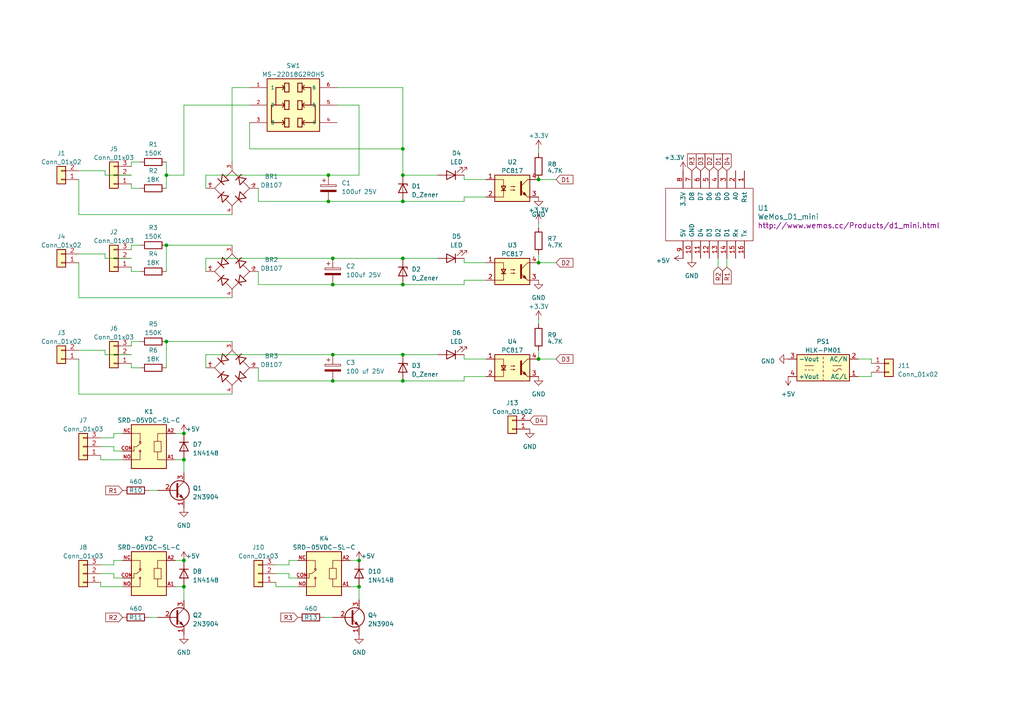
<source format=kicad_sch>
(kicad_sch (version 20230121) (generator eeschema)

  (uuid 6a9eb814-3a36-4040-84fc-596a14f25594)

  (paper "A4")

  (lib_symbols
    (symbol "Connector_Generic:Conn_01x02" (pin_names (offset 1.016) hide) (in_bom yes) (on_board yes)
      (property "Reference" "J" (at 0 2.54 0)
        (effects (font (size 1.27 1.27)))
      )
      (property "Value" "Conn_01x02" (at 0 -5.08 0)
        (effects (font (size 1.27 1.27)))
      )
      (property "Footprint" "" (at 0 0 0)
        (effects (font (size 1.27 1.27)) hide)
      )
      (property "Datasheet" "~" (at 0 0 0)
        (effects (font (size 1.27 1.27)) hide)
      )
      (property "ki_keywords" "connector" (at 0 0 0)
        (effects (font (size 1.27 1.27)) hide)
      )
      (property "ki_description" "Generic connector, single row, 01x02, script generated (kicad-library-utils/schlib/autogen/connector/)" (at 0 0 0)
        (effects (font (size 1.27 1.27)) hide)
      )
      (property "ki_fp_filters" "Connector*:*_1x??_*" (at 0 0 0)
        (effects (font (size 1.27 1.27)) hide)
      )
      (symbol "Conn_01x02_1_1"
        (rectangle (start -1.27 -2.413) (end 0 -2.667)
          (stroke (width 0.1524) (type default))
          (fill (type none))
        )
        (rectangle (start -1.27 0.127) (end 0 -0.127)
          (stroke (width 0.1524) (type default))
          (fill (type none))
        )
        (rectangle (start -1.27 1.27) (end 1.27 -3.81)
          (stroke (width 0.254) (type default))
          (fill (type background))
        )
        (pin passive line (at -5.08 0 0) (length 3.81)
          (name "Pin_1" (effects (font (size 1.27 1.27))))
          (number "1" (effects (font (size 1.27 1.27))))
        )
        (pin passive line (at -5.08 -2.54 0) (length 3.81)
          (name "Pin_2" (effects (font (size 1.27 1.27))))
          (number "2" (effects (font (size 1.27 1.27))))
        )
      )
    )
    (symbol "Connector_Generic:Conn_01x03" (pin_names (offset 1.016) hide) (in_bom yes) (on_board yes)
      (property "Reference" "J" (at 0 5.08 0)
        (effects (font (size 1.27 1.27)))
      )
      (property "Value" "Conn_01x03" (at 0 -5.08 0)
        (effects (font (size 1.27 1.27)))
      )
      (property "Footprint" "" (at 0 0 0)
        (effects (font (size 1.27 1.27)) hide)
      )
      (property "Datasheet" "~" (at 0 0 0)
        (effects (font (size 1.27 1.27)) hide)
      )
      (property "ki_keywords" "connector" (at 0 0 0)
        (effects (font (size 1.27 1.27)) hide)
      )
      (property "ki_description" "Generic connector, single row, 01x03, script generated (kicad-library-utils/schlib/autogen/connector/)" (at 0 0 0)
        (effects (font (size 1.27 1.27)) hide)
      )
      (property "ki_fp_filters" "Connector*:*_1x??_*" (at 0 0 0)
        (effects (font (size 1.27 1.27)) hide)
      )
      (symbol "Conn_01x03_1_1"
        (rectangle (start -1.27 -2.413) (end 0 -2.667)
          (stroke (width 0.1524) (type default))
          (fill (type none))
        )
        (rectangle (start -1.27 0.127) (end 0 -0.127)
          (stroke (width 0.1524) (type default))
          (fill (type none))
        )
        (rectangle (start -1.27 2.667) (end 0 2.413)
          (stroke (width 0.1524) (type default))
          (fill (type none))
        )
        (rectangle (start -1.27 3.81) (end 1.27 -3.81)
          (stroke (width 0.254) (type default))
          (fill (type background))
        )
        (pin passive line (at -5.08 2.54 0) (length 3.81)
          (name "Pin_1" (effects (font (size 1.27 1.27))))
          (number "1" (effects (font (size 1.27 1.27))))
        )
        (pin passive line (at -5.08 0 0) (length 3.81)
          (name "Pin_2" (effects (font (size 1.27 1.27))))
          (number "2" (effects (font (size 1.27 1.27))))
        )
        (pin passive line (at -5.08 -2.54 0) (length 3.81)
          (name "Pin_3" (effects (font (size 1.27 1.27))))
          (number "3" (effects (font (size 1.27 1.27))))
        )
      )
    )
    (symbol "Converter_ACDC:HLK-PM01" (in_bom yes) (on_board yes)
      (property "Reference" "PS" (at 0 5.08 0)
        (effects (font (size 1.27 1.27)))
      )
      (property "Value" "HLK-PM01" (at 0 -5.08 0)
        (effects (font (size 1.27 1.27)))
      )
      (property "Footprint" "Converter_ACDC:Converter_ACDC_HiLink_HLK-PMxx" (at 0 -7.62 0)
        (effects (font (size 1.27 1.27)) hide)
      )
      (property "Datasheet" "http://www.hlktech.net/product_detail.php?ProId=54" (at 10.16 -8.89 0)
        (effects (font (size 1.27 1.27)) hide)
      )
      (property "ki_keywords" "AC/DC module power supply" (at 0 0 0)
        (effects (font (size 1.27 1.27)) hide)
      )
      (property "ki_description" "Compact AC/DC board mount power module 3W 5V" (at 0 0 0)
        (effects (font (size 1.27 1.27)) hide)
      )
      (property "ki_fp_filters" "Converter*ACDC*HiLink*HLK?PM*" (at 0 0 0)
        (effects (font (size 1.27 1.27)) hide)
      )
      (symbol "HLK-PM01_0_1"
        (rectangle (start -7.62 3.81) (end 7.62 -3.81)
          (stroke (width 0.254) (type default))
          (fill (type background))
        )
        (arc (start -5.334 0.635) (mid -4.699 0.2495) (end -4.064 0.635)
          (stroke (width 0) (type default))
          (fill (type none))
        )
        (arc (start -2.794 0.635) (mid -3.429 1.0072) (end -4.064 0.635)
          (stroke (width 0) (type default))
          (fill (type none))
        )
        (polyline
          (pts
            (xy -5.334 -0.635)
            (xy -2.794 -0.635)
          )
          (stroke (width 0) (type default))
          (fill (type none))
        )
        (polyline
          (pts
            (xy 0 -2.54)
            (xy 0 -3.175)
          )
          (stroke (width 0) (type default))
          (fill (type none))
        )
        (polyline
          (pts
            (xy 0 -1.27)
            (xy 0 -1.905)
          )
          (stroke (width 0) (type default))
          (fill (type none))
        )
        (polyline
          (pts
            (xy 0 0)
            (xy 0 -0.635)
          )
          (stroke (width 0) (type default))
          (fill (type none))
        )
        (polyline
          (pts
            (xy 0 1.27)
            (xy 0 0.635)
          )
          (stroke (width 0) (type default))
          (fill (type none))
        )
        (polyline
          (pts
            (xy 0 2.54)
            (xy 0 1.905)
          )
          (stroke (width 0) (type default))
          (fill (type none))
        )
        (polyline
          (pts
            (xy 0 3.81)
            (xy 0 3.175)
          )
          (stroke (width 0) (type default))
          (fill (type none))
        )
        (polyline
          (pts
            (xy 2.794 -0.635)
            (xy 5.334 -0.635)
          )
          (stroke (width 0) (type default))
          (fill (type none))
        )
        (polyline
          (pts
            (xy 2.794 0.635)
            (xy 3.302 0.635)
          )
          (stroke (width 0) (type default))
          (fill (type none))
        )
        (polyline
          (pts
            (xy 3.81 0.635)
            (xy 4.318 0.635)
          )
          (stroke (width 0) (type default))
          (fill (type none))
        )
        (polyline
          (pts
            (xy 4.826 0.635)
            (xy 5.334 0.635)
          )
          (stroke (width 0) (type default))
          (fill (type none))
        )
      )
      (symbol "HLK-PM01_1_1"
        (pin power_in line (at -10.16 2.54 0) (length 2.54)
          (name "AC/L" (effects (font (size 1.27 1.27))))
          (number "1" (effects (font (size 1.27 1.27))))
        )
        (pin power_in line (at -10.16 -2.54 0) (length 2.54)
          (name "AC/N" (effects (font (size 1.27 1.27))))
          (number "2" (effects (font (size 1.27 1.27))))
        )
        (pin power_out line (at 10.16 -2.54 180) (length 2.54)
          (name "-Vout" (effects (font (size 1.27 1.27))))
          (number "3" (effects (font (size 1.27 1.27))))
        )
        (pin power_out line (at 10.16 2.54 180) (length 2.54)
          (name "+Vout" (effects (font (size 1.27 1.27))))
          (number "4" (effects (font (size 1.27 1.27))))
        )
      )
    )
    (symbol "D1_MINI:WeMos_D1_mini" (pin_names (offset 1.016)) (in_bom yes) (on_board yes)
      (property "Reference" "U" (at 0 12.7 0)
        (effects (font (size 1.524 1.524)))
      )
      (property "Value" "WeMos_D1_mini" (at 0 -12.7 0)
        (effects (font (size 1.524 1.524)))
      )
      (property "Footprint" "" (at 13.97 -17.78 0)
        (effects (font (size 1.524 1.524)))
      )
      (property "Datasheet" "http://www.wemos.cc/Products/d1_mini.html" (at 13.97 -17.78 0)
        (effects (font (size 1.524 1.524)))
      )
      (property "ki_keywords" "esp8266, wemos" (at 0 0 0)
        (effects (font (size 1.27 1.27)) hide)
      )
      (property "ki_description" "WeMos D1 mini" (at 0 0 0)
        (effects (font (size 1.27 1.27)) hide)
      )
      (symbol "WeMos_D1_mini_0_1"
        (rectangle (start -7.62 11.43) (end 7.62 -13.97)
          (stroke (width 0) (type solid))
          (fill (type none))
        )
      )
      (symbol "WeMos_D1_mini_1_1"
        (pin bidirectional line (at -12.7 8.89 0) (length 5.08)
          (name "Rst" (effects (font (size 1.27 1.27))))
          (number "1" (effects (font (size 1.27 1.27))))
        )
        (pin power_in line (at 12.7 -6.35 180) (length 5.08)
          (name "GND" (effects (font (size 1.27 1.27))))
          (number "10" (effects (font (size 1.27 1.27))))
        )
        (pin bidirectional line (at 12.7 -3.81 180) (length 5.08)
          (name "D4" (effects (font (size 1.27 1.27))))
          (number "11" (effects (font (size 1.27 1.27))))
        )
        (pin bidirectional line (at 12.7 -1.27 180) (length 5.08)
          (name "D3" (effects (font (size 1.27 1.27))))
          (number "12" (effects (font (size 1.27 1.27))))
        )
        (pin bidirectional line (at 12.7 1.27 180) (length 5.08)
          (name "D2" (effects (font (size 1.27 1.27))))
          (number "13" (effects (font (size 1.27 1.27))))
        )
        (pin bidirectional line (at 12.7 3.81 180) (length 5.08)
          (name "D1" (effects (font (size 1.27 1.27))))
          (number "14" (effects (font (size 1.27 1.27))))
        )
        (pin bidirectional line (at 12.7 6.35 180) (length 5.08)
          (name "Rx" (effects (font (size 1.27 1.27))))
          (number "15" (effects (font (size 1.27 1.27))))
        )
        (pin bidirectional line (at 12.7 8.89 180) (length 5.08)
          (name "Tx" (effects (font (size 1.27 1.27))))
          (number "16" (effects (font (size 1.27 1.27))))
        )
        (pin bidirectional line (at -12.7 6.35 0) (length 5.08)
          (name "A0" (effects (font (size 1.27 1.27))))
          (number "2" (effects (font (size 1.27 1.27))))
        )
        (pin bidirectional line (at -12.7 3.81 0) (length 5.08)
          (name "D0" (effects (font (size 1.27 1.27))))
          (number "3" (effects (font (size 1.27 1.27))))
        )
        (pin bidirectional line (at -12.7 1.27 0) (length 5.08)
          (name "D5" (effects (font (size 1.27 1.27))))
          (number "4" (effects (font (size 1.27 1.27))))
        )
        (pin bidirectional line (at -12.7 -1.27 0) (length 5.08)
          (name "D6" (effects (font (size 1.27 1.27))))
          (number "5" (effects (font (size 1.27 1.27))))
        )
        (pin bidirectional line (at -12.7 -3.81 0) (length 5.08)
          (name "D7" (effects (font (size 1.27 1.27))))
          (number "6" (effects (font (size 1.27 1.27))))
        )
        (pin bidirectional line (at -12.7 -6.35 0) (length 5.08)
          (name "D8" (effects (font (size 1.27 1.27))))
          (number "7" (effects (font (size 1.27 1.27))))
        )
        (pin power_out line (at -12.7 -8.89 0) (length 5.08)
          (name "3.3V" (effects (font (size 1.27 1.27))))
          (number "8" (effects (font (size 1.27 1.27))))
        )
        (pin power_in line (at 12.7 -8.89 180) (length 5.08)
          (name "5V" (effects (font (size 1.27 1.27))))
          (number "9" (effects (font (size 1.27 1.27))))
        )
      )
    )
    (symbol "DB107:DB107" (pin_names (offset 1.016)) (in_bom yes) (on_board yes)
      (property "Reference" "BR" (at 5.08 5.08 0)
        (effects (font (size 1.27 1.27)) (justify left bottom))
      )
      (property "Value" "DB107" (at 5.08 -7.62 0)
        (effects (font (size 1.27 1.27)) (justify left bottom))
      )
      (property "Footprint" "DB107:DIP825W50P509L880H320Q4" (at 0 0 0)
        (effects (font (size 1.27 1.27)) (justify bottom) hide)
      )
      (property "Datasheet" "" (at 0 0 0)
        (effects (font (size 1.27 1.27)) hide)
      )
      (property "MF" "Micro Commercial Components" (at 0 0 0)
        (effects (font (size 1.27 1.27)) (justify bottom) hide)
      )
      (property "MAXIMUM_PACKAGE_HEIGHT" "3.2 mm" (at 0 0 0)
        (effects (font (size 1.27 1.27)) (justify bottom) hide)
      )
      (property "Package" "EDIP-4 MCC" (at 0 0 0)
        (effects (font (size 1.27 1.27)) (justify bottom) hide)
      )
      (property "Price" "None" (at 0 0 0)
        (effects (font (size 1.27 1.27)) (justify bottom) hide)
      )
      (property "Check_prices" "https://www.snapeda.com/parts/DB107/Micro+Commercial+Components/view-part/?ref=eda" (at 0 0 0)
        (effects (font (size 1.27 1.27)) (justify bottom) hide)
      )
      (property "STANDARD" "IPC-7351B" (at 0 0 0)
        (effects (font (size 1.27 1.27)) (justify bottom) hide)
      )
      (property "PARTREV" "13" (at 0 0 0)
        (effects (font (size 1.27 1.27)) (justify bottom) hide)
      )
      (property "SnapEDA_Link" "https://www.snapeda.com/parts/DB107/Micro+Commercial+Components/view-part/?ref=snap" (at 0 0 0)
        (effects (font (size 1.27 1.27)) (justify bottom) hide)
      )
      (property "MP" "DB107" (at 0 0 0)
        (effects (font (size 1.27 1.27)) (justify bottom) hide)
      )
      (property "Description" "\nBridge Rectifier Single Phase Standard 1 kV Through Hole DB-1\n" (at 0 0 0)
        (effects (font (size 1.27 1.27)) (justify bottom) hide)
      )
      (property "Availability" "In Stock" (at 0 0 0)
        (effects (font (size 1.27 1.27)) (justify bottom) hide)
      )
      (property "MANUFACTURER" "EIC Semiconductor" (at 0 0 0)
        (effects (font (size 1.27 1.27)) (justify bottom) hide)
      )
      (symbol "DB107_0_0"
        (polyline
          (pts
            (xy -6.858 1.27)
            (xy -5.842 1.27)
          )
          (stroke (width 0.1524) (type default))
          (fill (type none))
        )
        (polyline
          (pts
            (xy -6.35 0.762)
            (xy -6.35 1.778)
          )
          (stroke (width 0.1524) (type default))
          (fill (type none))
        )
        (polyline
          (pts
            (xy -5.08 0)
            (xy -3.175 -1.905)
          )
          (stroke (width 0.1524) (type default))
          (fill (type none))
        )
        (polyline
          (pts
            (xy -3.175 -1.905)
            (xy -2.794 -4.064)
          )
          (stroke (width 0.254) (type default))
          (fill (type none))
        )
        (polyline
          (pts
            (xy -3.175 -1.905)
            (xy -1.016 -2.286)
          )
          (stroke (width 0.254) (type default))
          (fill (type none))
        )
        (polyline
          (pts
            (xy -3.175 1.905)
            (xy -5.08 0)
          )
          (stroke (width 0.1524) (type default))
          (fill (type none))
        )
        (polyline
          (pts
            (xy -3.175 1.905)
            (xy -2.794 4.064)
          )
          (stroke (width 0.254) (type default))
          (fill (type none))
        )
        (polyline
          (pts
            (xy -3.175 1.905)
            (xy -1.016 2.286)
          )
          (stroke (width 0.254) (type default))
          (fill (type none))
        )
        (polyline
          (pts
            (xy -2.3622 -1.0668)
            (xy -4.1402 -2.8448)
          )
          (stroke (width 0.254) (type default))
          (fill (type none))
        )
        (polyline
          (pts
            (xy -2.3622 1.016)
            (xy -4.1402 2.794)
          )
          (stroke (width 0.254) (type default))
          (fill (type none))
        )
        (polyline
          (pts
            (xy -1.016 -2.286)
            (xy -2.794 -4.064)
          )
          (stroke (width 0.254) (type default))
          (fill (type none))
        )
        (polyline
          (pts
            (xy -1.016 2.286)
            (xy -2.794 4.064)
          )
          (stroke (width 0.254) (type default))
          (fill (type none))
        )
        (polyline
          (pts
            (xy 0 -5.08)
            (xy -1.8034 -3.2766)
          )
          (stroke (width 0.1524) (type default))
          (fill (type none))
        )
        (polyline
          (pts
            (xy 0 -5.08)
            (xy 1.905 -3.175)
          )
          (stroke (width 0.1524) (type default))
          (fill (type none))
        )
        (polyline
          (pts
            (xy 0 5.08)
            (xy -1.8034 3.2766)
          )
          (stroke (width 0.1524) (type default))
          (fill (type none))
        )
        (polyline
          (pts
            (xy 1.905 -3.175)
            (xy 2.286 -1.016)
          )
          (stroke (width 0.254) (type default))
          (fill (type none))
        )
        (polyline
          (pts
            (xy 1.905 -3.175)
            (xy 4.064 -2.794)
          )
          (stroke (width 0.254) (type default))
          (fill (type none))
        )
        (polyline
          (pts
            (xy 1.905 3.175)
            (xy 0 5.08)
          )
          (stroke (width 0.1524) (type default))
          (fill (type none))
        )
        (polyline
          (pts
            (xy 1.905 3.175)
            (xy 2.286 1.016)
          )
          (stroke (width 0.254) (type default))
          (fill (type none))
        )
        (polyline
          (pts
            (xy 1.905 3.175)
            (xy 4.064 2.794)
          )
          (stroke (width 0.254) (type default))
          (fill (type none))
        )
        (polyline
          (pts
            (xy 2.7178 -4.0386)
            (xy 0.9398 -2.2606)
          )
          (stroke (width 0.254) (type default))
          (fill (type none))
        )
        (polyline
          (pts
            (xy 2.7178 4.0386)
            (xy 1.0668 2.3876)
          )
          (stroke (width 0.254) (type default))
          (fill (type none))
        )
        (polyline
          (pts
            (xy 3.2766 -1.8034)
            (xy 5.08 0)
          )
          (stroke (width 0.1524) (type default))
          (fill (type none))
        )
        (polyline
          (pts
            (xy 4.064 -2.794)
            (xy 2.286 -1.016)
          )
          (stroke (width 0.254) (type default))
          (fill (type none))
        )
        (polyline
          (pts
            (xy 4.064 2.794)
            (xy 2.286 1.016)
          )
          (stroke (width 0.254) (type default))
          (fill (type none))
        )
        (polyline
          (pts
            (xy 5.08 0)
            (xy 3.2766 1.8034)
          )
          (stroke (width 0.1524) (type default))
          (fill (type none))
        )
        (polyline
          (pts
            (xy 5.588 1.016)
            (xy 6.604 1.016)
          )
          (stroke (width 0.1524) (type default))
          (fill (type none))
        )
        (pin passive line (at -7.62 0 0) (length 2.54)
          (name "~" (effects (font (size 1.016 1.016))))
          (number "1" (effects (font (size 1.016 1.016))))
        )
        (pin passive line (at 7.62 0 180) (length 2.54)
          (name "~" (effects (font (size 1.016 1.016))))
          (number "2" (effects (font (size 1.016 1.016))))
        )
        (pin passive line (at 0 7.62 270) (length 2.54)
          (name "~" (effects (font (size 1.016 1.016))))
          (number "3" (effects (font (size 1.016 1.016))))
        )
        (pin passive line (at 0 -7.62 90) (length 2.54)
          (name "~" (effects (font (size 1.016 1.016))))
          (number "4" (effects (font (size 1.016 1.016))))
        )
      )
    )
    (symbol "Device:C_Polarized" (pin_numbers hide) (pin_names (offset 0.254)) (in_bom yes) (on_board yes)
      (property "Reference" "C" (at 0.635 2.54 0)
        (effects (font (size 1.27 1.27)) (justify left))
      )
      (property "Value" "C_Polarized" (at 0.635 -2.54 0)
        (effects (font (size 1.27 1.27)) (justify left))
      )
      (property "Footprint" "" (at 0.9652 -3.81 0)
        (effects (font (size 1.27 1.27)) hide)
      )
      (property "Datasheet" "~" (at 0 0 0)
        (effects (font (size 1.27 1.27)) hide)
      )
      (property "ki_keywords" "cap capacitor" (at 0 0 0)
        (effects (font (size 1.27 1.27)) hide)
      )
      (property "ki_description" "Polarized capacitor" (at 0 0 0)
        (effects (font (size 1.27 1.27)) hide)
      )
      (property "ki_fp_filters" "CP_*" (at 0 0 0)
        (effects (font (size 1.27 1.27)) hide)
      )
      (symbol "C_Polarized_0_1"
        (rectangle (start -2.286 0.508) (end 2.286 1.016)
          (stroke (width 0) (type default))
          (fill (type none))
        )
        (polyline
          (pts
            (xy -1.778 2.286)
            (xy -0.762 2.286)
          )
          (stroke (width 0) (type default))
          (fill (type none))
        )
        (polyline
          (pts
            (xy -1.27 2.794)
            (xy -1.27 1.778)
          )
          (stroke (width 0) (type default))
          (fill (type none))
        )
        (rectangle (start 2.286 -0.508) (end -2.286 -1.016)
          (stroke (width 0) (type default))
          (fill (type outline))
        )
      )
      (symbol "C_Polarized_1_1"
        (pin passive line (at 0 3.81 270) (length 2.794)
          (name "~" (effects (font (size 1.27 1.27))))
          (number "1" (effects (font (size 1.27 1.27))))
        )
        (pin passive line (at 0 -3.81 90) (length 2.794)
          (name "~" (effects (font (size 1.27 1.27))))
          (number "2" (effects (font (size 1.27 1.27))))
        )
      )
    )
    (symbol "Device:D_Zener" (pin_numbers hide) (pin_names (offset 1.016) hide) (in_bom yes) (on_board yes)
      (property "Reference" "D" (at 0 2.54 0)
        (effects (font (size 1.27 1.27)))
      )
      (property "Value" "D_Zener" (at 0 -2.54 0)
        (effects (font (size 1.27 1.27)))
      )
      (property "Footprint" "" (at 0 0 0)
        (effects (font (size 1.27 1.27)) hide)
      )
      (property "Datasheet" "~" (at 0 0 0)
        (effects (font (size 1.27 1.27)) hide)
      )
      (property "ki_keywords" "diode" (at 0 0 0)
        (effects (font (size 1.27 1.27)) hide)
      )
      (property "ki_description" "Zener diode" (at 0 0 0)
        (effects (font (size 1.27 1.27)) hide)
      )
      (property "ki_fp_filters" "TO-???* *_Diode_* *SingleDiode* D_*" (at 0 0 0)
        (effects (font (size 1.27 1.27)) hide)
      )
      (symbol "D_Zener_0_1"
        (polyline
          (pts
            (xy 1.27 0)
            (xy -1.27 0)
          )
          (stroke (width 0) (type default))
          (fill (type none))
        )
        (polyline
          (pts
            (xy -1.27 -1.27)
            (xy -1.27 1.27)
            (xy -0.762 1.27)
          )
          (stroke (width 0.254) (type default))
          (fill (type none))
        )
        (polyline
          (pts
            (xy 1.27 -1.27)
            (xy 1.27 1.27)
            (xy -1.27 0)
            (xy 1.27 -1.27)
          )
          (stroke (width 0.254) (type default))
          (fill (type none))
        )
      )
      (symbol "D_Zener_1_1"
        (pin passive line (at -3.81 0 0) (length 2.54)
          (name "K" (effects (font (size 1.27 1.27))))
          (number "1" (effects (font (size 1.27 1.27))))
        )
        (pin passive line (at 3.81 0 180) (length 2.54)
          (name "A" (effects (font (size 1.27 1.27))))
          (number "2" (effects (font (size 1.27 1.27))))
        )
      )
    )
    (symbol "Device:LED" (pin_numbers hide) (pin_names (offset 1.016) hide) (in_bom yes) (on_board yes)
      (property "Reference" "D" (at 0 2.54 0)
        (effects (font (size 1.27 1.27)))
      )
      (property "Value" "LED" (at 0 -2.54 0)
        (effects (font (size 1.27 1.27)))
      )
      (property "Footprint" "" (at 0 0 0)
        (effects (font (size 1.27 1.27)) hide)
      )
      (property "Datasheet" "~" (at 0 0 0)
        (effects (font (size 1.27 1.27)) hide)
      )
      (property "ki_keywords" "LED diode" (at 0 0 0)
        (effects (font (size 1.27 1.27)) hide)
      )
      (property "ki_description" "Light emitting diode" (at 0 0 0)
        (effects (font (size 1.27 1.27)) hide)
      )
      (property "ki_fp_filters" "LED* LED_SMD:* LED_THT:*" (at 0 0 0)
        (effects (font (size 1.27 1.27)) hide)
      )
      (symbol "LED_0_1"
        (polyline
          (pts
            (xy -1.27 -1.27)
            (xy -1.27 1.27)
          )
          (stroke (width 0.254) (type default))
          (fill (type none))
        )
        (polyline
          (pts
            (xy -1.27 0)
            (xy 1.27 0)
          )
          (stroke (width 0) (type default))
          (fill (type none))
        )
        (polyline
          (pts
            (xy 1.27 -1.27)
            (xy 1.27 1.27)
            (xy -1.27 0)
            (xy 1.27 -1.27)
          )
          (stroke (width 0.254) (type default))
          (fill (type none))
        )
        (polyline
          (pts
            (xy -3.048 -0.762)
            (xy -4.572 -2.286)
            (xy -3.81 -2.286)
            (xy -4.572 -2.286)
            (xy -4.572 -1.524)
          )
          (stroke (width 0) (type default))
          (fill (type none))
        )
        (polyline
          (pts
            (xy -1.778 -0.762)
            (xy -3.302 -2.286)
            (xy -2.54 -2.286)
            (xy -3.302 -2.286)
            (xy -3.302 -1.524)
          )
          (stroke (width 0) (type default))
          (fill (type none))
        )
      )
      (symbol "LED_1_1"
        (pin passive line (at -3.81 0 0) (length 2.54)
          (name "K" (effects (font (size 1.27 1.27))))
          (number "1" (effects (font (size 1.27 1.27))))
        )
        (pin passive line (at 3.81 0 180) (length 2.54)
          (name "A" (effects (font (size 1.27 1.27))))
          (number "2" (effects (font (size 1.27 1.27))))
        )
      )
    )
    (symbol "Device:R" (pin_numbers hide) (pin_names (offset 0)) (in_bom yes) (on_board yes)
      (property "Reference" "R" (at 2.032 0 90)
        (effects (font (size 1.27 1.27)))
      )
      (property "Value" "R" (at 0 0 90)
        (effects (font (size 1.27 1.27)))
      )
      (property "Footprint" "" (at -1.778 0 90)
        (effects (font (size 1.27 1.27)) hide)
      )
      (property "Datasheet" "~" (at 0 0 0)
        (effects (font (size 1.27 1.27)) hide)
      )
      (property "ki_keywords" "R res resistor" (at 0 0 0)
        (effects (font (size 1.27 1.27)) hide)
      )
      (property "ki_description" "Resistor" (at 0 0 0)
        (effects (font (size 1.27 1.27)) hide)
      )
      (property "ki_fp_filters" "R_*" (at 0 0 0)
        (effects (font (size 1.27 1.27)) hide)
      )
      (symbol "R_0_1"
        (rectangle (start -1.016 -2.54) (end 1.016 2.54)
          (stroke (width 0.254) (type default))
          (fill (type none))
        )
      )
      (symbol "R_1_1"
        (pin passive line (at 0 3.81 270) (length 1.27)
          (name "~" (effects (font (size 1.27 1.27))))
          (number "1" (effects (font (size 1.27 1.27))))
        )
        (pin passive line (at 0 -3.81 90) (length 1.27)
          (name "~" (effects (font (size 1.27 1.27))))
          (number "2" (effects (font (size 1.27 1.27))))
        )
      )
    )
    (symbol "Diode:1N4148" (pin_numbers hide) (pin_names hide) (in_bom yes) (on_board yes)
      (property "Reference" "D" (at 0 2.54 0)
        (effects (font (size 1.27 1.27)))
      )
      (property "Value" "1N4148" (at 0 -2.54 0)
        (effects (font (size 1.27 1.27)))
      )
      (property "Footprint" "Diode_THT:D_DO-35_SOD27_P7.62mm_Horizontal" (at 0 0 0)
        (effects (font (size 1.27 1.27)) hide)
      )
      (property "Datasheet" "https://assets.nexperia.com/documents/data-sheet/1N4148_1N4448.pdf" (at 0 0 0)
        (effects (font (size 1.27 1.27)) hide)
      )
      (property "Sim.Device" "D" (at 0 0 0)
        (effects (font (size 1.27 1.27)) hide)
      )
      (property "Sim.Pins" "1=K 2=A" (at 0 0 0)
        (effects (font (size 1.27 1.27)) hide)
      )
      (property "ki_keywords" "diode" (at 0 0 0)
        (effects (font (size 1.27 1.27)) hide)
      )
      (property "ki_description" "100V 0.15A standard switching diode, DO-35" (at 0 0 0)
        (effects (font (size 1.27 1.27)) hide)
      )
      (property "ki_fp_filters" "D*DO?35*" (at 0 0 0)
        (effects (font (size 1.27 1.27)) hide)
      )
      (symbol "1N4148_0_1"
        (polyline
          (pts
            (xy -1.27 1.27)
            (xy -1.27 -1.27)
          )
          (stroke (width 0.254) (type default))
          (fill (type none))
        )
        (polyline
          (pts
            (xy 1.27 0)
            (xy -1.27 0)
          )
          (stroke (width 0) (type default))
          (fill (type none))
        )
        (polyline
          (pts
            (xy 1.27 1.27)
            (xy 1.27 -1.27)
            (xy -1.27 0)
            (xy 1.27 1.27)
          )
          (stroke (width 0.254) (type default))
          (fill (type none))
        )
      )
      (symbol "1N4148_1_1"
        (pin passive line (at -3.81 0 0) (length 2.54)
          (name "K" (effects (font (size 1.27 1.27))))
          (number "1" (effects (font (size 1.27 1.27))))
        )
        (pin passive line (at 3.81 0 180) (length 2.54)
          (name "A" (effects (font (size 1.27 1.27))))
          (number "2" (effects (font (size 1.27 1.27))))
        )
      )
    )
    (symbol "Isolator:PC817" (pin_names (offset 1.016)) (in_bom yes) (on_board yes)
      (property "Reference" "U" (at -5.08 5.08 0)
        (effects (font (size 1.27 1.27)) (justify left))
      )
      (property "Value" "PC817" (at 0 5.08 0)
        (effects (font (size 1.27 1.27)) (justify left))
      )
      (property "Footprint" "Package_DIP:DIP-4_W7.62mm" (at -5.08 -5.08 0)
        (effects (font (size 1.27 1.27) italic) (justify left) hide)
      )
      (property "Datasheet" "http://www.soselectronic.cz/a_info/resource/d/pc817.pdf" (at 0 0 0)
        (effects (font (size 1.27 1.27)) (justify left) hide)
      )
      (property "ki_keywords" "NPN DC Optocoupler" (at 0 0 0)
        (effects (font (size 1.27 1.27)) hide)
      )
      (property "ki_description" "DC Optocoupler, Vce 35V, CTR 50-300%, DIP-4" (at 0 0 0)
        (effects (font (size 1.27 1.27)) hide)
      )
      (property "ki_fp_filters" "DIP*W7.62mm*" (at 0 0 0)
        (effects (font (size 1.27 1.27)) hide)
      )
      (symbol "PC817_0_1"
        (rectangle (start -5.08 3.81) (end 5.08 -3.81)
          (stroke (width 0.254) (type default))
          (fill (type background))
        )
        (polyline
          (pts
            (xy -3.175 -0.635)
            (xy -1.905 -0.635)
          )
          (stroke (width 0.254) (type default))
          (fill (type none))
        )
        (polyline
          (pts
            (xy 2.54 0.635)
            (xy 4.445 2.54)
          )
          (stroke (width 0) (type default))
          (fill (type none))
        )
        (polyline
          (pts
            (xy 4.445 -2.54)
            (xy 2.54 -0.635)
          )
          (stroke (width 0) (type default))
          (fill (type outline))
        )
        (polyline
          (pts
            (xy 4.445 -2.54)
            (xy 5.08 -2.54)
          )
          (stroke (width 0) (type default))
          (fill (type none))
        )
        (polyline
          (pts
            (xy 4.445 2.54)
            (xy 5.08 2.54)
          )
          (stroke (width 0) (type default))
          (fill (type none))
        )
        (polyline
          (pts
            (xy -5.08 2.54)
            (xy -2.54 2.54)
            (xy -2.54 -0.635)
          )
          (stroke (width 0) (type default))
          (fill (type none))
        )
        (polyline
          (pts
            (xy -2.54 -0.635)
            (xy -2.54 -2.54)
            (xy -5.08 -2.54)
          )
          (stroke (width 0) (type default))
          (fill (type none))
        )
        (polyline
          (pts
            (xy 2.54 1.905)
            (xy 2.54 -1.905)
            (xy 2.54 -1.905)
          )
          (stroke (width 0.508) (type default))
          (fill (type none))
        )
        (polyline
          (pts
            (xy -2.54 -0.635)
            (xy -3.175 0.635)
            (xy -1.905 0.635)
            (xy -2.54 -0.635)
          )
          (stroke (width 0.254) (type default))
          (fill (type none))
        )
        (polyline
          (pts
            (xy -0.508 -0.508)
            (xy 0.762 -0.508)
            (xy 0.381 -0.635)
            (xy 0.381 -0.381)
            (xy 0.762 -0.508)
          )
          (stroke (width 0) (type default))
          (fill (type none))
        )
        (polyline
          (pts
            (xy -0.508 0.508)
            (xy 0.762 0.508)
            (xy 0.381 0.381)
            (xy 0.381 0.635)
            (xy 0.762 0.508)
          )
          (stroke (width 0) (type default))
          (fill (type none))
        )
        (polyline
          (pts
            (xy 3.048 -1.651)
            (xy 3.556 -1.143)
            (xy 4.064 -2.159)
            (xy 3.048 -1.651)
            (xy 3.048 -1.651)
          )
          (stroke (width 0) (type default))
          (fill (type outline))
        )
      )
      (symbol "PC817_1_1"
        (pin passive line (at -7.62 2.54 0) (length 2.54)
          (name "~" (effects (font (size 1.27 1.27))))
          (number "1" (effects (font (size 1.27 1.27))))
        )
        (pin passive line (at -7.62 -2.54 0) (length 2.54)
          (name "~" (effects (font (size 1.27 1.27))))
          (number "2" (effects (font (size 1.27 1.27))))
        )
        (pin passive line (at 7.62 -2.54 180) (length 2.54)
          (name "~" (effects (font (size 1.27 1.27))))
          (number "3" (effects (font (size 1.27 1.27))))
        )
        (pin passive line (at 7.62 2.54 180) (length 2.54)
          (name "~" (effects (font (size 1.27 1.27))))
          (number "4" (effects (font (size 1.27 1.27))))
        )
      )
    )
    (symbol "MS-22D18G2ROHS:MS-22D18G2ROHS" (pin_names (offset 1.016)) (in_bom yes) (on_board yes)
      (property "Reference" "SW" (at -8.2712 8.2712 0)
        (effects (font (size 1.27 1.27)) (justify left bottom))
      )
      (property "Value" "MS-22D18G2ROHS" (at -8.2562 -10.1615 0)
        (effects (font (size 1.27 1.27)) (justify left bottom))
      )
      (property "Footprint" "MS-22D18G2ROHS:SW_MS-22D18G2ROHS" (at 0 0 0)
        (effects (font (size 1.27 1.27)) (justify bottom) hide)
      )
      (property "Datasheet" "" (at 0 0 0)
        (effects (font (size 1.27 1.27)) hide)
      )
      (property "MF" "Deyilong" (at 0 0 0)
        (effects (font (size 1.27 1.27)) (justify bottom) hide)
      )
      (property "Description" "\n" (at 0 0 0)
        (effects (font (size 1.27 1.27)) (justify bottom) hide)
      )
      (property "Package" "None" (at 0 0 0)
        (effects (font (size 1.27 1.27)) (justify bottom) hide)
      )
      (property "Price" "None" (at 0 0 0)
        (effects (font (size 1.27 1.27)) (justify bottom) hide)
      )
      (property "Check_prices" "https://www.snapeda.com/parts/MS-22D18%20G2%20ROHS/Deyilong/view-part/?ref=eda" (at 0 0 0)
        (effects (font (size 1.27 1.27)) (justify bottom) hide)
      )
      (property "SnapEDA_Link" "https://www.snapeda.com/parts/MS-22D18%20G2%20ROHS/Deyilong/view-part/?ref=snap" (at 0 0 0)
        (effects (font (size 1.27 1.27)) (justify bottom) hide)
      )
      (property "MP" "MS-22D18 G2 ROHS" (at 0 0 0)
        (effects (font (size 1.27 1.27)) (justify bottom) hide)
      )
      (property "Availability" "Not in stock" (at 0 0 0)
        (effects (font (size 1.27 1.27)) (justify bottom) hide)
      )
      (property "MANUFACTURER" "DG De Yi Long Electronics Hardware Limited" (at 0 0 0)
        (effects (font (size 1.27 1.27)) (justify bottom) hide)
      )
      (symbol "MS-22D18G2ROHS_0_0"
        (rectangle (start -7.62 -7.62) (end 7.62 7.62)
          (stroke (width 0.254) (type default))
          (fill (type background))
        )
        (polyline
          (pts
            (xy -6.35 -5.08)
            (xy -2.54 -5.08)
          )
          (stroke (width 0.254) (type default))
          (fill (type none))
        )
        (polyline
          (pts
            (xy -6.35 0)
            (xy -6.35 -5.08)
          )
          (stroke (width 0.254) (type default))
          (fill (type none))
        )
        (polyline
          (pts
            (xy -5.08 5.08)
            (xy -5.08 0)
          )
          (stroke (width 0.254) (type default))
          (fill (type none))
        )
        (polyline
          (pts
            (xy -2.54 -6.35)
            (xy -2.54 -5.08)
          )
          (stroke (width 0.254) (type default))
          (fill (type none))
        )
        (polyline
          (pts
            (xy -2.54 -5.08)
            (xy -3.175 -5.715)
          )
          (stroke (width 0.254) (type default))
          (fill (type none))
        )
        (polyline
          (pts
            (xy -2.54 -5.08)
            (xy -3.175 -4.445)
          )
          (stroke (width 0.254) (type default))
          (fill (type none))
        )
        (polyline
          (pts
            (xy -2.54 -5.08)
            (xy -2.54 -3.81)
          )
          (stroke (width 0.254) (type default))
          (fill (type none))
        )
        (polyline
          (pts
            (xy -2.54 -3.81)
            (xy -1.27 -3.81)
          )
          (stroke (width 0.254) (type default))
          (fill (type none))
        )
        (polyline
          (pts
            (xy -2.54 -1.27)
            (xy -2.54 0)
          )
          (stroke (width 0.254) (type default))
          (fill (type none))
        )
        (polyline
          (pts
            (xy -2.54 0)
            (xy -6.35 0)
          )
          (stroke (width 0.254) (type default))
          (fill (type none))
        )
        (polyline
          (pts
            (xy -2.54 0)
            (xy -3.175 -0.635)
          )
          (stroke (width 0.254) (type default))
          (fill (type none))
        )
        (polyline
          (pts
            (xy -2.54 0)
            (xy -3.175 0.635)
          )
          (stroke (width 0.254) (type default))
          (fill (type none))
        )
        (polyline
          (pts
            (xy -2.54 0)
            (xy -2.54 1.27)
          )
          (stroke (width 0.254) (type default))
          (fill (type none))
        )
        (polyline
          (pts
            (xy -2.54 1.27)
            (xy -1.27 1.27)
          )
          (stroke (width 0.254) (type default))
          (fill (type none))
        )
        (polyline
          (pts
            (xy -2.54 3.81)
            (xy -2.54 5.08)
          )
          (stroke (width 0.254) (type default))
          (fill (type none))
        )
        (polyline
          (pts
            (xy -2.54 5.08)
            (xy -5.08 5.08)
          )
          (stroke (width 0.254) (type default))
          (fill (type none))
        )
        (polyline
          (pts
            (xy -2.54 5.08)
            (xy -3.175 4.445)
          )
          (stroke (width 0.254) (type default))
          (fill (type none))
        )
        (polyline
          (pts
            (xy -2.54 5.08)
            (xy -3.175 5.715)
          )
          (stroke (width 0.254) (type default))
          (fill (type none))
        )
        (polyline
          (pts
            (xy -2.54 5.08)
            (xy -2.54 6.35)
          )
          (stroke (width 0.254) (type default))
          (fill (type none))
        )
        (polyline
          (pts
            (xy -2.54 6.35)
            (xy -1.27 6.35)
          )
          (stroke (width 0.254) (type default))
          (fill (type none))
        )
        (polyline
          (pts
            (xy -1.27 -6.35)
            (xy -2.54 -6.35)
          )
          (stroke (width 0.254) (type default))
          (fill (type none))
        )
        (polyline
          (pts
            (xy -1.27 -3.81)
            (xy -1.27 -6.35)
          )
          (stroke (width 0.254) (type default))
          (fill (type none))
        )
        (polyline
          (pts
            (xy -1.27 -1.27)
            (xy -2.54 -1.27)
          )
          (stroke (width 0.254) (type default))
          (fill (type none))
        )
        (polyline
          (pts
            (xy -1.27 1.27)
            (xy -1.27 -1.27)
          )
          (stroke (width 0.254) (type default))
          (fill (type none))
        )
        (polyline
          (pts
            (xy -1.27 3.81)
            (xy -2.54 3.81)
          )
          (stroke (width 0.254) (type default))
          (fill (type none))
        )
        (polyline
          (pts
            (xy -1.27 6.35)
            (xy -1.27 3.81)
          )
          (stroke (width 0.254) (type default))
          (fill (type none))
        )
        (polyline
          (pts
            (xy 1.27 -6.35)
            (xy 2.54 -6.35)
          )
          (stroke (width 0.254) (type default))
          (fill (type none))
        )
        (polyline
          (pts
            (xy 1.27 -3.81)
            (xy 1.27 -6.35)
          )
          (stroke (width 0.254) (type default))
          (fill (type none))
        )
        (polyline
          (pts
            (xy 1.27 -1.27)
            (xy 2.54 -1.27)
          )
          (stroke (width 0.254) (type default))
          (fill (type none))
        )
        (polyline
          (pts
            (xy 1.27 1.27)
            (xy 1.27 -1.27)
          )
          (stroke (width 0.254) (type default))
          (fill (type none))
        )
        (polyline
          (pts
            (xy 1.27 3.81)
            (xy 2.54 3.81)
          )
          (stroke (width 0.254) (type default))
          (fill (type none))
        )
        (polyline
          (pts
            (xy 1.27 6.35)
            (xy 1.27 3.81)
          )
          (stroke (width 0.254) (type default))
          (fill (type none))
        )
        (polyline
          (pts
            (xy 2.54 -6.35)
            (xy 2.54 -5.08)
          )
          (stroke (width 0.254) (type default))
          (fill (type none))
        )
        (polyline
          (pts
            (xy 2.54 -5.08)
            (xy 2.54 -3.81)
          )
          (stroke (width 0.254) (type default))
          (fill (type none))
        )
        (polyline
          (pts
            (xy 2.54 -5.08)
            (xy 3.175 -5.715)
          )
          (stroke (width 0.254) (type default))
          (fill (type none))
        )
        (polyline
          (pts
            (xy 2.54 -5.08)
            (xy 3.175 -4.445)
          )
          (stroke (width 0.254) (type default))
          (fill (type none))
        )
        (polyline
          (pts
            (xy 2.54 -3.81)
            (xy 1.27 -3.81)
          )
          (stroke (width 0.254) (type default))
          (fill (type none))
        )
        (polyline
          (pts
            (xy 2.54 -1.27)
            (xy 2.54 0)
          )
          (stroke (width 0.254) (type default))
          (fill (type none))
        )
        (polyline
          (pts
            (xy 2.54 0)
            (xy 2.54 1.27)
          )
          (stroke (width 0.254) (type default))
          (fill (type none))
        )
        (polyline
          (pts
            (xy 2.54 0)
            (xy 3.175 -0.635)
          )
          (stroke (width 0.254) (type default))
          (fill (type none))
        )
        (polyline
          (pts
            (xy 2.54 0)
            (xy 3.175 0.635)
          )
          (stroke (width 0.254) (type default))
          (fill (type none))
        )
        (polyline
          (pts
            (xy 2.54 0)
            (xy 6.35 0)
          )
          (stroke (width 0.254) (type default))
          (fill (type none))
        )
        (polyline
          (pts
            (xy 2.54 1.27)
            (xy 1.27 1.27)
          )
          (stroke (width 0.254) (type default))
          (fill (type none))
        )
        (polyline
          (pts
            (xy 2.54 3.81)
            (xy 2.54 5.08)
          )
          (stroke (width 0.254) (type default))
          (fill (type none))
        )
        (polyline
          (pts
            (xy 2.54 5.08)
            (xy 2.54 6.35)
          )
          (stroke (width 0.254) (type default))
          (fill (type none))
        )
        (polyline
          (pts
            (xy 2.54 5.08)
            (xy 3.175 4.445)
          )
          (stroke (width 0.254) (type default))
          (fill (type none))
        )
        (polyline
          (pts
            (xy 2.54 5.08)
            (xy 3.175 5.715)
          )
          (stroke (width 0.254) (type default))
          (fill (type none))
        )
        (polyline
          (pts
            (xy 2.54 5.08)
            (xy 5.08 5.08)
          )
          (stroke (width 0.254) (type default))
          (fill (type none))
        )
        (polyline
          (pts
            (xy 2.54 6.35)
            (xy 1.27 6.35)
          )
          (stroke (width 0.254) (type default))
          (fill (type none))
        )
        (polyline
          (pts
            (xy 5.08 5.08)
            (xy 5.08 0)
          )
          (stroke (width 0.254) (type default))
          (fill (type none))
        )
        (polyline
          (pts
            (xy 6.35 -5.08)
            (xy 2.54 -5.08)
          )
          (stroke (width 0.254) (type default))
          (fill (type none))
        )
        (polyline
          (pts
            (xy 6.35 0)
            (xy 6.35 -5.08)
          )
          (stroke (width 0.254) (type default))
          (fill (type none))
        )
        (pin passive line (at -12.7 5.08 0) (length 5.08)
          (name "1" (effects (font (size 1.016 1.016))))
          (number "1" (effects (font (size 1.016 1.016))))
        )
        (pin passive line (at -12.7 0 0) (length 5.08)
          (name "2" (effects (font (size 1.016 1.016))))
          (number "2" (effects (font (size 1.016 1.016))))
        )
        (pin passive line (at -12.7 -5.08 0) (length 5.08)
          (name "3" (effects (font (size 1.016 1.016))))
          (number "3" (effects (font (size 1.016 1.016))))
        )
        (pin passive line (at 12.7 -5.08 180) (length 5.08)
          (name "4" (effects (font (size 1.016 1.016))))
          (number "4" (effects (font (size 1.016 1.016))))
        )
        (pin passive line (at 12.7 0 180) (length 5.08)
          (name "5" (effects (font (size 1.016 1.016))))
          (number "5" (effects (font (size 1.016 1.016))))
        )
        (pin passive line (at 12.7 5.08 180) (length 5.08)
          (name "6" (effects (font (size 1.016 1.016))))
          (number "6" (effects (font (size 1.016 1.016))))
        )
      )
    )
    (symbol "SRD-05VDC-SL-C:SRD-05VDC-SL-C" (pin_names (offset 1.016)) (in_bom yes) (on_board yes)
      (property "Reference" "K" (at -5.0809 5.843 0)
        (effects (font (size 1.27 1.27)) (justify left bottom))
      )
      (property "Value" "SRD-05VDC-SL-C" (at -5.0832 -10.1664 0)
        (effects (font (size 1.27 1.27)) (justify left bottom))
      )
      (property "Footprint" "SRD-05VDC-SL-C:RELAY_SRD-05VDC-SL-C" (at 0 0 0)
        (effects (font (size 1.27 1.27)) (justify bottom) hide)
      )
      (property "Datasheet" "" (at 0 0 0)
        (effects (font (size 1.27 1.27)) hide)
      )
      (property "MF" "Songle Relay" (at 0 0 0)
        (effects (font (size 1.27 1.27)) (justify bottom) hide)
      )
      (property "Description" "\n5V Trigger Relay Module For Arduino And Raspberry Pi 5V Trigger Relay Module For Arduino And Raspberry Pi\n" (at 0 0 0)
        (effects (font (size 1.27 1.27)) (justify bottom) hide)
      )
      (property "Package" "NON STANDARD-5 Songle Relay" (at 0 0 0)
        (effects (font (size 1.27 1.27)) (justify bottom) hide)
      )
      (property "Price" "None" (at 0 0 0)
        (effects (font (size 1.27 1.27)) (justify bottom) hide)
      )
      (property "Check_prices" "https://www.snapeda.com/parts/SRD-05VDC-SL-C/Songle+Relay/view-part/?ref=eda" (at 0 0 0)
        (effects (font (size 1.27 1.27)) (justify bottom) hide)
      )
      (property "STANDARD" "IPC-7251" (at 0 0 0)
        (effects (font (size 1.27 1.27)) (justify bottom) hide)
      )
      (property "SnapEDA_Link" "https://www.snapeda.com/parts/SRD-05VDC-SL-C/Songle+Relay/view-part/?ref=snap" (at 0 0 0)
        (effects (font (size 1.27 1.27)) (justify bottom) hide)
      )
      (property "MP" "SRD-05VDC-SL-C" (at 0 0 0)
        (effects (font (size 1.27 1.27)) (justify bottom) hide)
      )
      (property "Availability" "Not in stock" (at 0 0 0)
        (effects (font (size 1.27 1.27)) (justify bottom) hide)
      )
      (property "MANUFACTURER" "SONGLE RELAY" (at 0 0 0)
        (effects (font (size 1.27 1.27)) (justify bottom) hide)
      )
      (symbol "SRD-05VDC-SL-C_0_0"
        (rectangle (start -5.08 -7.62) (end 5.08 5.08)
          (stroke (width 0.254) (type default))
          (fill (type background))
        )
        (polyline
          (pts
            (xy -5.08 2.54)
            (xy -2.54 2.54)
          )
          (stroke (width 0.1524) (type default))
          (fill (type none))
        )
        (polyline
          (pts
            (xy -3.556 -2.794)
            (xy -2.54 -2.794)
          )
          (stroke (width 0.1524) (type default))
          (fill (type none))
        )
        (polyline
          (pts
            (xy -3.556 0.254)
            (xy -3.556 -2.794)
          )
          (stroke (width 0.1524) (type default))
          (fill (type none))
        )
        (polyline
          (pts
            (xy -2.54 -5.08)
            (xy -5.08 -5.08)
          )
          (stroke (width 0.1524) (type default))
          (fill (type none))
        )
        (polyline
          (pts
            (xy -2.54 -2.794)
            (xy -2.54 -5.08)
          )
          (stroke (width 0.1524) (type default))
          (fill (type none))
        )
        (polyline
          (pts
            (xy -2.54 -2.794)
            (xy -1.524 -2.794)
          )
          (stroke (width 0.1524) (type default))
          (fill (type none))
        )
        (polyline
          (pts
            (xy -2.54 0.254)
            (xy -3.556 0.254)
          )
          (stroke (width 0.1524) (type default))
          (fill (type none))
        )
        (polyline
          (pts
            (xy -2.54 2.54)
            (xy -2.54 0.254)
          )
          (stroke (width 0.1524) (type default))
          (fill (type none))
        )
        (polyline
          (pts
            (xy -1.524 -2.794)
            (xy -1.524 0.254)
          )
          (stroke (width 0.1524) (type default))
          (fill (type none))
        )
        (polyline
          (pts
            (xy -1.524 0.254)
            (xy -2.54 0.254)
          )
          (stroke (width 0.1524) (type default))
          (fill (type none))
        )
        (polyline
          (pts
            (xy 2.54 -5.08)
            (xy 5.08 -5.08)
          )
          (stroke (width 0.1524) (type default))
          (fill (type none))
        )
        (polyline
          (pts
            (xy 2.54 -2.54)
            (xy 2.54 -5.08)
          )
          (stroke (width 0.1524) (type default))
          (fill (type none))
        )
        (polyline
          (pts
            (xy 2.54 2.54)
            (xy 2.54 0)
          )
          (stroke (width 0.1524) (type default))
          (fill (type none))
        )
        (polyline
          (pts
            (xy 3.556 -1.27)
            (xy 2.286 -2.286)
          )
          (stroke (width 0.1524) (type default))
          (fill (type none))
        )
        (polyline
          (pts
            (xy 3.556 -1.27)
            (xy 4.318 -1.27)
          )
          (stroke (width 0.1524) (type default))
          (fill (type none))
        )
        (polyline
          (pts
            (xy 4.318 -1.27)
            (xy 4.318 0)
          )
          (stroke (width 0.1524) (type default))
          (fill (type none))
        )
        (polyline
          (pts
            (xy 4.318 0)
            (xy 5.08 0)
          )
          (stroke (width 0.1524) (type default))
          (fill (type none))
        )
        (polyline
          (pts
            (xy 5.08 2.54)
            (xy 2.54 2.54)
          )
          (stroke (width 0.1524) (type default))
          (fill (type none))
        )
        (circle (center 2.54 -2.54) (radius 0.254)
          (stroke (width 0.1524) (type default))
          (fill (type none))
        )
        (circle (center 2.54 0) (radius 0.254)
          (stroke (width 0.1524) (type default))
          (fill (type none))
        )
        (pin passive line (at -7.62 2.54 0) (length 2.54)
          (name "~" (effects (font (size 1.016 1.016))))
          (number "A1" (effects (font (size 1.016 1.016))))
        )
        (pin passive line (at -7.62 -5.08 0) (length 2.54)
          (name "~" (effects (font (size 1.016 1.016))))
          (number "A2" (effects (font (size 1.016 1.016))))
        )
        (pin passive line (at 7.62 0 180) (length 2.54)
          (name "~" (effects (font (size 1.016 1.016))))
          (number "COM" (effects (font (size 1.016 1.016))))
        )
        (pin passive line (at 7.62 -5.08 180) (length 2.54)
          (name "~" (effects (font (size 1.016 1.016))))
          (number "NC" (effects (font (size 1.016 1.016))))
        )
        (pin passive line (at 7.62 2.54 180) (length 2.54)
          (name "~" (effects (font (size 1.016 1.016))))
          (number "NO" (effects (font (size 1.016 1.016))))
        )
      )
    )
    (symbol "Transistor_BJT:2N3904" (pin_names (offset 0) hide) (in_bom yes) (on_board yes)
      (property "Reference" "Q" (at 5.08 1.905 0)
        (effects (font (size 1.27 1.27)) (justify left))
      )
      (property "Value" "2N3904" (at 5.08 0 0)
        (effects (font (size 1.27 1.27)) (justify left))
      )
      (property "Footprint" "Package_TO_SOT_THT:TO-92_Inline" (at 5.08 -1.905 0)
        (effects (font (size 1.27 1.27) italic) (justify left) hide)
      )
      (property "Datasheet" "https://www.onsemi.com/pub/Collateral/2N3903-D.PDF" (at 0 0 0)
        (effects (font (size 1.27 1.27)) (justify left) hide)
      )
      (property "ki_keywords" "NPN Transistor" (at 0 0 0)
        (effects (font (size 1.27 1.27)) hide)
      )
      (property "ki_description" "0.2A Ic, 40V Vce, Small Signal NPN Transistor, TO-92" (at 0 0 0)
        (effects (font (size 1.27 1.27)) hide)
      )
      (property "ki_fp_filters" "TO?92*" (at 0 0 0)
        (effects (font (size 1.27 1.27)) hide)
      )
      (symbol "2N3904_0_1"
        (polyline
          (pts
            (xy 0.635 0.635)
            (xy 2.54 2.54)
          )
          (stroke (width 0) (type default))
          (fill (type none))
        )
        (polyline
          (pts
            (xy 0.635 -0.635)
            (xy 2.54 -2.54)
            (xy 2.54 -2.54)
          )
          (stroke (width 0) (type default))
          (fill (type none))
        )
        (polyline
          (pts
            (xy 0.635 1.905)
            (xy 0.635 -1.905)
            (xy 0.635 -1.905)
          )
          (stroke (width 0.508) (type default))
          (fill (type none))
        )
        (polyline
          (pts
            (xy 1.27 -1.778)
            (xy 1.778 -1.27)
            (xy 2.286 -2.286)
            (xy 1.27 -1.778)
            (xy 1.27 -1.778)
          )
          (stroke (width 0) (type default))
          (fill (type outline))
        )
        (circle (center 1.27 0) (radius 2.8194)
          (stroke (width 0.254) (type default))
          (fill (type none))
        )
      )
      (symbol "2N3904_1_1"
        (pin passive line (at 2.54 -5.08 90) (length 2.54)
          (name "E" (effects (font (size 1.27 1.27))))
          (number "1" (effects (font (size 1.27 1.27))))
        )
        (pin passive line (at -5.08 0 0) (length 5.715)
          (name "B" (effects (font (size 1.27 1.27))))
          (number "2" (effects (font (size 1.27 1.27))))
        )
        (pin passive line (at 2.54 5.08 270) (length 2.54)
          (name "C" (effects (font (size 1.27 1.27))))
          (number "3" (effects (font (size 1.27 1.27))))
        )
      )
    )
    (symbol "power:+3.3V" (power) (pin_names (offset 0)) (in_bom yes) (on_board yes)
      (property "Reference" "#PWR" (at 0 -3.81 0)
        (effects (font (size 1.27 1.27)) hide)
      )
      (property "Value" "+3.3V" (at 0 3.556 0)
        (effects (font (size 1.27 1.27)))
      )
      (property "Footprint" "" (at 0 0 0)
        (effects (font (size 1.27 1.27)) hide)
      )
      (property "Datasheet" "" (at 0 0 0)
        (effects (font (size 1.27 1.27)) hide)
      )
      (property "ki_keywords" "global power" (at 0 0 0)
        (effects (font (size 1.27 1.27)) hide)
      )
      (property "ki_description" "Power symbol creates a global label with name \"+3.3V\"" (at 0 0 0)
        (effects (font (size 1.27 1.27)) hide)
      )
      (symbol "+3.3V_0_1"
        (polyline
          (pts
            (xy -0.762 1.27)
            (xy 0 2.54)
          )
          (stroke (width 0) (type default))
          (fill (type none))
        )
        (polyline
          (pts
            (xy 0 0)
            (xy 0 2.54)
          )
          (stroke (width 0) (type default))
          (fill (type none))
        )
        (polyline
          (pts
            (xy 0 2.54)
            (xy 0.762 1.27)
          )
          (stroke (width 0) (type default))
          (fill (type none))
        )
      )
      (symbol "+3.3V_1_1"
        (pin power_in line (at 0 0 90) (length 0) hide
          (name "+3.3V" (effects (font (size 1.27 1.27))))
          (number "1" (effects (font (size 1.27 1.27))))
        )
      )
    )
    (symbol "power:+5V" (power) (pin_names (offset 0)) (in_bom yes) (on_board yes)
      (property "Reference" "#PWR" (at 0 -3.81 0)
        (effects (font (size 1.27 1.27)) hide)
      )
      (property "Value" "+5V" (at 0 3.556 0)
        (effects (font (size 1.27 1.27)))
      )
      (property "Footprint" "" (at 0 0 0)
        (effects (font (size 1.27 1.27)) hide)
      )
      (property "Datasheet" "" (at 0 0 0)
        (effects (font (size 1.27 1.27)) hide)
      )
      (property "ki_keywords" "global power" (at 0 0 0)
        (effects (font (size 1.27 1.27)) hide)
      )
      (property "ki_description" "Power symbol creates a global label with name \"+5V\"" (at 0 0 0)
        (effects (font (size 1.27 1.27)) hide)
      )
      (symbol "+5V_0_1"
        (polyline
          (pts
            (xy -0.762 1.27)
            (xy 0 2.54)
          )
          (stroke (width 0) (type default))
          (fill (type none))
        )
        (polyline
          (pts
            (xy 0 0)
            (xy 0 2.54)
          )
          (stroke (width 0) (type default))
          (fill (type none))
        )
        (polyline
          (pts
            (xy 0 2.54)
            (xy 0.762 1.27)
          )
          (stroke (width 0) (type default))
          (fill (type none))
        )
      )
      (symbol "+5V_1_1"
        (pin power_in line (at 0 0 90) (length 0) hide
          (name "+5V" (effects (font (size 1.27 1.27))))
          (number "1" (effects (font (size 1.27 1.27))))
        )
      )
    )
    (symbol "power:GND" (power) (pin_names (offset 0)) (in_bom yes) (on_board yes)
      (property "Reference" "#PWR" (at 0 -6.35 0)
        (effects (font (size 1.27 1.27)) hide)
      )
      (property "Value" "GND" (at 0 -3.81 0)
        (effects (font (size 1.27 1.27)))
      )
      (property "Footprint" "" (at 0 0 0)
        (effects (font (size 1.27 1.27)) hide)
      )
      (property "Datasheet" "" (at 0 0 0)
        (effects (font (size 1.27 1.27)) hide)
      )
      (property "ki_keywords" "global power" (at 0 0 0)
        (effects (font (size 1.27 1.27)) hide)
      )
      (property "ki_description" "Power symbol creates a global label with name \"GND\" , ground" (at 0 0 0)
        (effects (font (size 1.27 1.27)) hide)
      )
      (symbol "GND_0_1"
        (polyline
          (pts
            (xy 0 0)
            (xy 0 -1.27)
            (xy 1.27 -1.27)
            (xy 0 -2.54)
            (xy -1.27 -1.27)
            (xy 0 -1.27)
          )
          (stroke (width 0) (type default))
          (fill (type none))
        )
      )
      (symbol "GND_1_1"
        (pin power_in line (at 0 0 270) (length 0) hide
          (name "GND" (effects (font (size 1.27 1.27))))
          (number "1" (effects (font (size 1.27 1.27))))
        )
      )
    )
  )

  (junction (at 116.84 74.93) (diameter 0) (color 0 0 0 0)
    (uuid 16824e4b-5d57-4591-acac-3e0426c8cc9d)
  )
  (junction (at 95.25 50.8) (diameter 0) (color 0 0 0 0)
    (uuid 224c3498-1ffe-4bd0-a7dc-1b47436674ef)
  )
  (junction (at 48.26 99.06) (diameter 0) (color 0 0 0 0)
    (uuid 24b3a607-0aad-44f5-af80-d53df4fcd894)
  )
  (junction (at 116.84 102.87) (diameter 0) (color 0 0 0 0)
    (uuid 2668efc4-2b14-4e9f-8c63-703ad6c9aa37)
  )
  (junction (at 96.52 110.49) (diameter 0) (color 0 0 0 0)
    (uuid 397fb7c7-cc10-48f3-8fbc-a72a0d36196b)
  )
  (junction (at 156.21 52.07) (diameter 0) (color 0 0 0 0)
    (uuid 3e1722aa-a111-402a-8ff0-a7a590736f1f)
  )
  (junction (at 116.84 110.49) (diameter 0) (color 0 0 0 0)
    (uuid 46ca97a9-7bee-486e-ae11-1b6a2c2dcf53)
  )
  (junction (at 95.25 58.42) (diameter 0) (color 0 0 0 0)
    (uuid 5b1efa33-8476-4037-a55c-daa40eddf0da)
  )
  (junction (at 96.52 74.93) (diameter 0) (color 0 0 0 0)
    (uuid 60f50183-84f5-4200-936c-8f7ec7c6a028)
  )
  (junction (at 156.21 104.14) (diameter 0) (color 0 0 0 0)
    (uuid 644ed470-2a39-4e2b-bc60-2c9ce40567db)
  )
  (junction (at 53.34 125.73) (diameter 0) (color 0 0 0 0)
    (uuid 6559f286-df0b-48a1-bf93-37cace4e9db9)
  )
  (junction (at 53.34 133.35) (diameter 0) (color 0 0 0 0)
    (uuid 6f2f3449-3884-4402-9996-bc6dd1e73e25)
  )
  (junction (at 96.52 82.55) (diameter 0) (color 0 0 0 0)
    (uuid 7e6c1351-ec87-42c3-b7dd-466917355dc4)
  )
  (junction (at 116.84 58.42) (diameter 0) (color 0 0 0 0)
    (uuid 7ffb1580-9576-488a-91a5-8f281e6bae8e)
  )
  (junction (at 104.14 162.56) (diameter 0) (color 0 0 0 0)
    (uuid 888fcad8-0d30-41fe-b537-e86f2f2f42dd)
  )
  (junction (at 53.34 162.56) (diameter 0) (color 0 0 0 0)
    (uuid 932ca0cb-60b0-4495-8c34-c0ef36e45988)
  )
  (junction (at 116.84 50.8) (diameter 0) (color 0 0 0 0)
    (uuid 9343f5b6-9f89-49c4-84ed-e238a661c208)
  )
  (junction (at 48.26 71.12) (diameter 0) (color 0 0 0 0)
    (uuid 97f00ed0-9b9c-447a-a432-0434c6281173)
  )
  (junction (at 116.84 82.55) (diameter 0) (color 0 0 0 0)
    (uuid b6fb9c36-88b5-46f4-88f6-df3ee7307e73)
  )
  (junction (at 156.21 76.2) (diameter 0) (color 0 0 0 0)
    (uuid bcd5be62-4baf-4b14-80b5-77b8a2a0e8fd)
  )
  (junction (at 53.34 170.18) (diameter 0) (color 0 0 0 0)
    (uuid cdf3d62f-f974-49e4-8e54-b1673b8cef78)
  )
  (junction (at 116.84 43.18) (diameter 0) (color 0 0 0 0)
    (uuid d26cd5cd-e96e-4751-9060-99450adb7770)
  )
  (junction (at 48.26 50.8) (diameter 0) (color 0 0 0 0)
    (uuid d27dbbe0-6976-447c-9ca3-64f95bad6306)
  )
  (junction (at 96.52 102.87) (diameter 0) (color 0 0 0 0)
    (uuid f052197d-93f9-4428-8b69-4c9cda3336c9)
  )
  (junction (at 104.14 170.18) (diameter 0) (color 0 0 0 0)
    (uuid f8d3ecc8-d2e1-4627-b026-e320632ec4b8)
  )

  (wire (pts (xy 97.79 25.4) (xy 116.84 25.4))
    (stroke (width 0) (type default))
    (uuid 009401f1-a4ad-4f2e-84b5-5659ab8e427b)
  )
  (wire (pts (xy 59.69 78.74) (xy 59.69 74.93))
    (stroke (width 0) (type default))
    (uuid 020a01c9-d91d-4d97-b33e-177e2594cbf5)
  )
  (wire (pts (xy 30.48 74.93) (xy 38.1 74.93))
    (stroke (width 0) (type default))
    (uuid 086d8fa2-7f1a-4c74-8257-1c5fa714fa09)
  )
  (wire (pts (xy 48.26 71.12) (xy 48.26 78.74))
    (stroke (width 0) (type default))
    (uuid 0bf73ac6-0df1-4db9-86e8-92df98900c13)
  )
  (wire (pts (xy 140.97 52.07) (xy 134.62 52.07))
    (stroke (width 0) (type default))
    (uuid 0cc78b87-2e34-4bad-8c1a-755f78b7a500)
  )
  (wire (pts (xy 30.48 102.87) (xy 38.1 102.87))
    (stroke (width 0) (type default))
    (uuid 0ea80e74-e372-4d5e-9a0f-12f1614e9b52)
  )
  (wire (pts (xy 22.86 101.6) (xy 30.48 101.6))
    (stroke (width 0) (type default))
    (uuid 12b9fcca-056a-4fbf-85c0-52103a197315)
  )
  (wire (pts (xy 50.8 162.56) (xy 53.34 162.56))
    (stroke (width 0) (type default))
    (uuid 167b1492-d419-406f-bf2c-4937d5b605b1)
  )
  (wire (pts (xy 29.21 132.08) (xy 29.21 133.35))
    (stroke (width 0) (type default))
    (uuid 1a3f0564-e443-4260-81ab-332af1dd280c)
  )
  (wire (pts (xy 93.98 179.07) (xy 96.52 179.07))
    (stroke (width 0) (type default))
    (uuid 1bac2a50-b1c4-413f-abd4-1811e9543919)
  )
  (wire (pts (xy 38.1 106.68) (xy 40.64 106.68))
    (stroke (width 0) (type default))
    (uuid 1c08bcf9-3951-4f5e-a8c7-6df5d8ca7f8c)
  )
  (wire (pts (xy 22.86 104.14) (xy 22.86 114.3))
    (stroke (width 0) (type default))
    (uuid 1f1c7b1c-f2f1-4238-8247-ce5ea80686ea)
  )
  (wire (pts (xy 59.69 50.8) (xy 95.25 50.8))
    (stroke (width 0) (type default))
    (uuid 208cd8e4-876a-436a-a856-3a672ccd9597)
  )
  (wire (pts (xy 22.86 62.23) (xy 67.31 62.23))
    (stroke (width 0) (type default))
    (uuid 23234214-49ba-4f00-a298-ec962cb92878)
  )
  (wire (pts (xy 116.84 74.93) (xy 127 74.93))
    (stroke (width 0) (type default))
    (uuid 2649715a-7d85-4e21-87b8-284d6e34362a)
  )
  (wire (pts (xy 101.6 162.56) (xy 104.14 162.56))
    (stroke (width 0) (type default))
    (uuid 2927e7f9-1718-4dac-9de2-b32bc750e537)
  )
  (wire (pts (xy 38.1 72.39) (xy 38.1 71.12))
    (stroke (width 0) (type default))
    (uuid 2ba3c0db-025c-4c92-b3ee-1da6e40ad108)
  )
  (wire (pts (xy 248.92 109.22) (xy 252.73 109.22))
    (stroke (width 0) (type default))
    (uuid 2bd909a7-4d57-46c7-8fec-a77c55a4371c)
  )
  (wire (pts (xy 134.62 109.22) (xy 134.62 110.49))
    (stroke (width 0) (type default))
    (uuid 2bece5ab-918c-42f4-bd91-d9043509380b)
  )
  (wire (pts (xy 53.34 30.48) (xy 53.34 50.8))
    (stroke (width 0) (type default))
    (uuid 2c09b52e-3074-45c3-a9ab-e12e8f42a874)
  )
  (wire (pts (xy 38.1 53.34) (xy 38.1 54.61))
    (stroke (width 0) (type default))
    (uuid 301be7fe-c9ba-4210-80c7-8bbe86ebb368)
  )
  (wire (pts (xy 48.26 99.06) (xy 48.26 106.68))
    (stroke (width 0) (type default))
    (uuid 33a80b60-255a-4544-91d3-c9467dfa1ef6)
  )
  (wire (pts (xy 22.86 73.66) (xy 30.48 73.66))
    (stroke (width 0) (type default))
    (uuid 3489b25f-b417-4e9f-8ee2-9482bde989ac)
  )
  (wire (pts (xy 74.93 58.42) (xy 95.25 58.42))
    (stroke (width 0) (type default))
    (uuid 349a29a9-0293-4472-8fa0-81c4b8304069)
  )
  (wire (pts (xy 43.18 179.07) (xy 45.72 179.07))
    (stroke (width 0) (type default))
    (uuid 38379995-91e1-4830-a5ed-b5ea8b507a98)
  )
  (wire (pts (xy 43.18 142.24) (xy 45.72 142.24))
    (stroke (width 0) (type default))
    (uuid 3877ae34-2cf1-4fd6-bbc1-9509d6a66b75)
  )
  (wire (pts (xy 22.86 76.2) (xy 22.86 86.36))
    (stroke (width 0) (type default))
    (uuid 3e605cb1-246b-4dac-a777-c2e674115725)
  )
  (wire (pts (xy 83.82 166.37) (xy 83.82 167.64))
    (stroke (width 0) (type default))
    (uuid 4008a46f-2822-41c5-8a11-c49367abe8c1)
  )
  (wire (pts (xy 80.01 166.37) (xy 83.82 166.37))
    (stroke (width 0) (type default))
    (uuid 403bfc05-6a74-46e0-a56f-50b91b3ea95c)
  )
  (wire (pts (xy 33.02 127) (xy 33.02 125.73))
    (stroke (width 0) (type default))
    (uuid 40a71980-2d6e-4a27-84e2-880e6c19c99e)
  )
  (wire (pts (xy 33.02 166.37) (xy 33.02 167.64))
    (stroke (width 0) (type default))
    (uuid 41b80765-c936-47ac-a6d4-e3fcf6741fd3)
  )
  (wire (pts (xy 48.26 50.8) (xy 48.26 54.61))
    (stroke (width 0) (type default))
    (uuid 43781ca0-0f59-41e0-b024-59e26d7dbe0e)
  )
  (wire (pts (xy 116.84 50.8) (xy 127 50.8))
    (stroke (width 0) (type default))
    (uuid 43830da5-c38f-49c6-bf22-e3e08b8df694)
  )
  (wire (pts (xy 59.69 74.93) (xy 96.52 74.93))
    (stroke (width 0) (type default))
    (uuid 4480e80c-daa6-4d12-ae38-5aa47cb0edd1)
  )
  (wire (pts (xy 29.21 133.35) (xy 35.56 133.35))
    (stroke (width 0) (type default))
    (uuid 44e498d5-a3fc-4cc3-abb4-973565b71772)
  )
  (wire (pts (xy 22.86 86.36) (xy 67.31 86.36))
    (stroke (width 0) (type default))
    (uuid 45568a6b-f17e-465a-9f1b-1263f4594e70)
  )
  (wire (pts (xy 50.8 170.18) (xy 53.34 170.18))
    (stroke (width 0) (type default))
    (uuid 45a5a495-ea6a-4ddf-9d26-bdbe9a27f916)
  )
  (wire (pts (xy 156.21 101.6) (xy 156.21 104.14))
    (stroke (width 0) (type default))
    (uuid 4631fdf0-259a-4ced-8865-2ef4c704bef5)
  )
  (wire (pts (xy 67.31 25.4) (xy 67.31 46.99))
    (stroke (width 0) (type default))
    (uuid 47b9a3e8-beb8-42ba-8d91-1d72e3d8bd34)
  )
  (wire (pts (xy 53.34 170.18) (xy 53.34 173.99))
    (stroke (width 0) (type default))
    (uuid 4814471e-c82b-4b20-b64a-3d6d27b75b20)
  )
  (wire (pts (xy 140.97 109.22) (xy 134.62 109.22))
    (stroke (width 0) (type default))
    (uuid 4a6c254a-5e41-49a4-8ff4-9127dc21f2b2)
  )
  (wire (pts (xy 95.25 58.42) (xy 116.84 58.42))
    (stroke (width 0) (type default))
    (uuid 4b5e1ae0-4b71-4306-a1c9-80accb8781b8)
  )
  (wire (pts (xy 74.93 82.55) (xy 96.52 82.55))
    (stroke (width 0) (type default))
    (uuid 4bb39db2-5c5c-4966-b139-c4c91f2279d2)
  )
  (wire (pts (xy 33.02 125.73) (xy 35.56 125.73))
    (stroke (width 0) (type default))
    (uuid 4cbf0f3f-62d1-4d70-8edb-16c4a9304f25)
  )
  (wire (pts (xy 29.21 170.18) (xy 35.56 170.18))
    (stroke (width 0) (type default))
    (uuid 4cc93642-5697-433b-8925-a9bd5e3b718b)
  )
  (wire (pts (xy 38.1 46.99) (xy 40.64 46.99))
    (stroke (width 0) (type default))
    (uuid 4eba59c5-4c15-4850-8a77-ed15c5fce887)
  )
  (wire (pts (xy 252.73 109.22) (xy 252.73 107.95))
    (stroke (width 0) (type default))
    (uuid 57e95832-922e-4787-82a9-96c7103f582d)
  )
  (wire (pts (xy 30.48 49.53) (xy 30.48 50.8))
    (stroke (width 0) (type default))
    (uuid 58012f78-bb48-4bda-b76a-860c703505c8)
  )
  (wire (pts (xy 97.79 30.48) (xy 104.14 30.48))
    (stroke (width 0) (type default))
    (uuid 5f81883a-2d89-49d0-9326-6dcb264b159b)
  )
  (wire (pts (xy 38.1 77.47) (xy 38.1 78.74))
    (stroke (width 0) (type default))
    (uuid 61d06933-888f-4c32-a86c-4e9b7d0407d7)
  )
  (wire (pts (xy 38.1 48.26) (xy 38.1 46.99))
    (stroke (width 0) (type default))
    (uuid 625e5740-3ce5-4eec-8eea-d34fdb5a8829)
  )
  (wire (pts (xy 134.62 57.15) (xy 134.62 58.42))
    (stroke (width 0) (type default))
    (uuid 63d4775e-a6b7-4085-ba91-66b3567df4ac)
  )
  (wire (pts (xy 72.39 35.56) (xy 72.39 43.18))
    (stroke (width 0) (type default))
    (uuid 68980f8c-2061-4053-9522-aadb2fa23cd1)
  )
  (wire (pts (xy 140.97 104.14) (xy 134.62 104.14))
    (stroke (width 0) (type default))
    (uuid 69275046-87c8-4f27-afec-c4399f1dc180)
  )
  (wire (pts (xy 156.21 93.98) (xy 156.21 92.71))
    (stroke (width 0) (type default))
    (uuid 6a9871fe-8a51-4ad5-a1e1-934bac0289a2)
  )
  (wire (pts (xy 210.82 74.93) (xy 210.82 77.47))
    (stroke (width 0) (type default))
    (uuid 6d67aaa2-aa2a-41fa-86ef-9273c725c3a4)
  )
  (wire (pts (xy 80.01 170.18) (xy 86.36 170.18))
    (stroke (width 0) (type default))
    (uuid 6da61ea3-c903-4ffe-8c6c-a19179d96877)
  )
  (wire (pts (xy 96.52 82.55) (xy 116.84 82.55))
    (stroke (width 0) (type default))
    (uuid 6e50c0a3-95db-4fd3-a51b-2cbd70e36d60)
  )
  (wire (pts (xy 134.62 104.14) (xy 134.62 102.87))
    (stroke (width 0) (type default))
    (uuid 701ff9bb-f1e5-476a-9ffd-1f76fb9d37db)
  )
  (wire (pts (xy 104.14 50.8) (xy 95.25 50.8))
    (stroke (width 0) (type default))
    (uuid 70d3ce4d-c041-4c39-afce-bd1a9ab2fd99)
  )
  (wire (pts (xy 29.21 166.37) (xy 33.02 166.37))
    (stroke (width 0) (type default))
    (uuid 75144c02-8c77-431f-8c84-9f3b3050a13f)
  )
  (wire (pts (xy 104.14 170.18) (xy 104.14 173.99))
    (stroke (width 0) (type default))
    (uuid 7605e12a-f21b-42de-ae22-b26b60af0ddc)
  )
  (wire (pts (xy 156.21 52.07) (xy 161.29 52.07))
    (stroke (width 0) (type default))
    (uuid 767e1411-00b0-4649-8ed6-6971f16109f5)
  )
  (wire (pts (xy 30.48 101.6) (xy 30.48 102.87))
    (stroke (width 0) (type default))
    (uuid 77c9cf13-5b59-4a86-bdff-a76f9f72d257)
  )
  (wire (pts (xy 83.82 162.56) (xy 86.36 162.56))
    (stroke (width 0) (type default))
    (uuid 786f5086-55a1-46c1-bae5-c06208f7adb3)
  )
  (wire (pts (xy 140.97 57.15) (xy 134.62 57.15))
    (stroke (width 0) (type default))
    (uuid 78a0dd60-b5fd-4909-a014-45a4ae7ed662)
  )
  (wire (pts (xy 33.02 129.54) (xy 33.02 130.81))
    (stroke (width 0) (type default))
    (uuid 7aa0ec16-b840-4afa-af82-212dcff3b69f)
  )
  (wire (pts (xy 59.69 106.68) (xy 59.69 102.87))
    (stroke (width 0) (type default))
    (uuid 8186a663-a17d-46bb-a0db-01e40eb13840)
  )
  (wire (pts (xy 74.93 106.68) (xy 74.93 110.49))
    (stroke (width 0) (type default))
    (uuid 84cfa9fe-fb9f-4b81-af10-a1a733f4d921)
  )
  (wire (pts (xy 140.97 81.28) (xy 134.62 81.28))
    (stroke (width 0) (type default))
    (uuid 85e86af8-3e52-4d40-9ae6-9fb8a2df3ed5)
  )
  (wire (pts (xy 38.1 100.33) (xy 38.1 99.06))
    (stroke (width 0) (type default))
    (uuid 87ee7686-fd59-4bd8-a0c7-451645470a61)
  )
  (wire (pts (xy 22.86 49.53) (xy 30.48 49.53))
    (stroke (width 0) (type default))
    (uuid 884e885c-ef97-400d-9a64-96c31e2d4a34)
  )
  (wire (pts (xy 208.28 74.93) (xy 208.28 77.47))
    (stroke (width 0) (type default))
    (uuid 885209d4-6625-4094-ba5a-400da131133d)
  )
  (wire (pts (xy 134.62 76.2) (xy 134.62 74.93))
    (stroke (width 0) (type default))
    (uuid 89ce8046-10d6-4e70-bdad-16f386e9b7a0)
  )
  (wire (pts (xy 134.62 110.49) (xy 116.84 110.49))
    (stroke (width 0) (type default))
    (uuid 8c054b6c-76e5-46c9-bb34-82f112eb3406)
  )
  (wire (pts (xy 33.02 162.56) (xy 35.56 162.56))
    (stroke (width 0) (type default))
    (uuid 91ca601a-0d73-4edb-baba-dfb1d603682a)
  )
  (wire (pts (xy 48.26 99.06) (xy 67.31 99.06))
    (stroke (width 0) (type default))
    (uuid 9251e731-e28e-485f-9ec2-f89aaa0d427f)
  )
  (wire (pts (xy 96.52 74.93) (xy 116.84 74.93))
    (stroke (width 0) (type default))
    (uuid 929c7980-6543-47d2-93f6-452b7763747f)
  )
  (wire (pts (xy 38.1 99.06) (xy 40.64 99.06))
    (stroke (width 0) (type default))
    (uuid 9356171d-8542-4912-ab6c-7ce1e35ac516)
  )
  (wire (pts (xy 22.86 114.3) (xy 67.31 114.3))
    (stroke (width 0) (type default))
    (uuid 944b4a58-5caa-4ece-b1c2-0b29fcddd2c1)
  )
  (wire (pts (xy 252.73 104.14) (xy 248.92 104.14))
    (stroke (width 0) (type default))
    (uuid 94df13cc-5fba-4adf-aaec-e94ceeaa177c)
  )
  (wire (pts (xy 30.48 73.66) (xy 30.48 74.93))
    (stroke (width 0) (type default))
    (uuid 95ba9707-4b83-4270-814f-7f2250aaee4a)
  )
  (wire (pts (xy 74.93 54.61) (xy 74.93 58.42))
    (stroke (width 0) (type default))
    (uuid 95d6500c-3bcb-4f82-a80d-f3e2a2ad4fb1)
  )
  (wire (pts (xy 140.97 76.2) (xy 134.62 76.2))
    (stroke (width 0) (type default))
    (uuid 98181a06-4716-47bd-ac6c-5012c824d841)
  )
  (wire (pts (xy 72.39 43.18) (xy 116.84 43.18))
    (stroke (width 0) (type default))
    (uuid 988e6449-b5a0-4749-a6e2-e4771805c139)
  )
  (wire (pts (xy 50.8 125.73) (xy 53.34 125.73))
    (stroke (width 0) (type default))
    (uuid 98b747d1-6a33-4416-a1cb-23128400e615)
  )
  (wire (pts (xy 59.69 54.61) (xy 59.69 50.8))
    (stroke (width 0) (type default))
    (uuid 9b355c3f-b456-474c-bc9a-bef3f047e62f)
  )
  (wire (pts (xy 96.52 110.49) (xy 116.84 110.49))
    (stroke (width 0) (type default))
    (uuid a2450e4e-2863-4566-b250-344adc6954df)
  )
  (wire (pts (xy 101.6 170.18) (xy 104.14 170.18))
    (stroke (width 0) (type default))
    (uuid a63f2569-08a1-4791-a4e0-afc962999e82)
  )
  (wire (pts (xy 30.48 50.8) (xy 38.1 50.8))
    (stroke (width 0) (type default))
    (uuid a7bd56f7-52d5-4c0e-bf28-15fffdac4acc)
  )
  (wire (pts (xy 59.69 102.87) (xy 96.52 102.87))
    (stroke (width 0) (type default))
    (uuid a7dd26e8-838a-4f54-a17c-368c2e3b8787)
  )
  (wire (pts (xy 38.1 54.61) (xy 40.64 54.61))
    (stroke (width 0) (type default))
    (uuid aaca49d0-c87e-4c33-921f-1200e5aad5c8)
  )
  (wire (pts (xy 29.21 127) (xy 33.02 127))
    (stroke (width 0) (type default))
    (uuid ac8341e1-8ffc-42dd-a7aa-de87808238c8)
  )
  (wire (pts (xy 53.34 50.8) (xy 48.26 50.8))
    (stroke (width 0) (type default))
    (uuid ad2f90af-7479-49fb-a4df-346d79e84399)
  )
  (wire (pts (xy 29.21 163.83) (xy 33.02 163.83))
    (stroke (width 0) (type default))
    (uuid ae88ac47-98ab-4481-97a2-abd7ee10def8)
  )
  (wire (pts (xy 156.21 73.66) (xy 156.21 76.2))
    (stroke (width 0) (type default))
    (uuid af784d9d-9b0e-4639-b3ef-d80080c07e27)
  )
  (wire (pts (xy 156.21 76.2) (xy 161.29 76.2))
    (stroke (width 0) (type default))
    (uuid b1242ab7-8013-4dfe-a4b5-8f35f7942daf)
  )
  (wire (pts (xy 96.52 102.87) (xy 116.84 102.87))
    (stroke (width 0) (type default))
    (uuid b58596cc-e86a-4686-9491-77e1a652f7a9)
  )
  (wire (pts (xy 33.02 167.64) (xy 35.56 167.64))
    (stroke (width 0) (type default))
    (uuid bd88e10f-001c-40af-b6f2-fac800b26c90)
  )
  (wire (pts (xy 134.62 82.55) (xy 116.84 82.55))
    (stroke (width 0) (type default))
    (uuid c0fadcb7-773a-4451-9c92-3ba13e0ae266)
  )
  (wire (pts (xy 53.34 133.35) (xy 53.34 137.16))
    (stroke (width 0) (type default))
    (uuid c20024b3-1c95-4448-916b-8ba7c7378a54)
  )
  (wire (pts (xy 116.84 25.4) (xy 116.84 43.18))
    (stroke (width 0) (type default))
    (uuid c22ac532-cde6-4769-9aea-72e4f1d8edf9)
  )
  (wire (pts (xy 48.26 71.12) (xy 67.31 71.12))
    (stroke (width 0) (type default))
    (uuid c3a6f006-dfd5-43f1-8817-5812069cabe5)
  )
  (wire (pts (xy 22.86 52.07) (xy 22.86 62.23))
    (stroke (width 0) (type default))
    (uuid c90391bc-9a60-48fb-b931-3ba77553daee)
  )
  (wire (pts (xy 134.62 52.07) (xy 134.62 50.8))
    (stroke (width 0) (type default))
    (uuid caee9322-e696-4655-932b-952cbce5748f)
  )
  (wire (pts (xy 72.39 30.48) (xy 53.34 30.48))
    (stroke (width 0) (type default))
    (uuid cb9c1682-47c3-4124-8208-b0b071d4f362)
  )
  (wire (pts (xy 80.01 163.83) (xy 83.82 163.83))
    (stroke (width 0) (type default))
    (uuid cd40056a-f674-4a21-80ae-1df3fae0683c)
  )
  (wire (pts (xy 83.82 167.64) (xy 86.36 167.64))
    (stroke (width 0) (type default))
    (uuid d0b488ef-4c24-4608-b7d7-fe0061ff8db3)
  )
  (wire (pts (xy 116.84 102.87) (xy 127 102.87))
    (stroke (width 0) (type default))
    (uuid d4a50b05-db2c-4565-a976-e112fd16accd)
  )
  (wire (pts (xy 156.21 104.14) (xy 161.29 104.14))
    (stroke (width 0) (type default))
    (uuid d53b00c5-006d-4ba8-9234-7486ee439087)
  )
  (wire (pts (xy 72.39 25.4) (xy 67.31 25.4))
    (stroke (width 0) (type default))
    (uuid d7d33e7c-501b-4de6-8bac-58374e119da9)
  )
  (wire (pts (xy 50.8 133.35) (xy 53.34 133.35))
    (stroke (width 0) (type default))
    (uuid d93e3579-5398-4158-b08e-294b81a350cb)
  )
  (wire (pts (xy 33.02 130.81) (xy 35.56 130.81))
    (stroke (width 0) (type default))
    (uuid d954b90d-42b8-452c-85d3-e2a1005d8912)
  )
  (wire (pts (xy 48.26 46.99) (xy 48.26 50.8))
    (stroke (width 0) (type default))
    (uuid da9cc834-6597-48d8-b299-da43038fab48)
  )
  (wire (pts (xy 29.21 168.91) (xy 29.21 170.18))
    (stroke (width 0) (type default))
    (uuid dad5be1e-0320-427a-bbca-4f2a380f2b07)
  )
  (wire (pts (xy 80.01 168.91) (xy 80.01 170.18))
    (stroke (width 0) (type default))
    (uuid dbcd77de-988e-4f3c-980c-219a06e561eb)
  )
  (wire (pts (xy 33.02 163.83) (xy 33.02 162.56))
    (stroke (width 0) (type default))
    (uuid e1a4bf46-8a75-4052-9e80-4a3649924477)
  )
  (wire (pts (xy 38.1 105.41) (xy 38.1 106.68))
    (stroke (width 0) (type default))
    (uuid e1b55fac-1974-4d85-84b6-850512087a4b)
  )
  (wire (pts (xy 38.1 78.74) (xy 40.64 78.74))
    (stroke (width 0) (type default))
    (uuid e5944a5d-a58c-48b3-b128-8eb0118333d1)
  )
  (wire (pts (xy 29.21 129.54) (xy 33.02 129.54))
    (stroke (width 0) (type default))
    (uuid e7f49d4a-ecb8-4f05-a318-d79a8e77eeb2)
  )
  (wire (pts (xy 83.82 163.83) (xy 83.82 162.56))
    (stroke (width 0) (type default))
    (uuid e85e8858-30be-447c-b00a-e7b58a2e2b93)
  )
  (wire (pts (xy 74.93 78.74) (xy 74.93 82.55))
    (stroke (width 0) (type default))
    (uuid ec8cef3d-9aba-42ab-88b9-2a4fef6a1778)
  )
  (wire (pts (xy 156.21 66.04) (xy 156.21 64.77))
    (stroke (width 0) (type default))
    (uuid ed209393-5244-4b01-81ae-87dd29458127)
  )
  (wire (pts (xy 134.62 58.42) (xy 116.84 58.42))
    (stroke (width 0) (type default))
    (uuid ed859c5b-09ee-4cf5-8999-05af4a9ebb4b)
  )
  (wire (pts (xy 134.62 81.28) (xy 134.62 82.55))
    (stroke (width 0) (type default))
    (uuid edd096ff-56d9-41a7-b495-d7646d4eefad)
  )
  (wire (pts (xy 116.84 43.18) (xy 116.84 50.8))
    (stroke (width 0) (type default))
    (uuid ee401dfd-8d34-4661-b1f5-7ea808ea7381)
  )
  (wire (pts (xy 252.73 105.41) (xy 252.73 104.14))
    (stroke (width 0) (type default))
    (uuid eea11b20-14b0-4a5a-95d7-aded3faf79d4)
  )
  (wire (pts (xy 74.93 110.49) (xy 96.52 110.49))
    (stroke (width 0) (type default))
    (uuid f0f4adf7-4fd0-4b66-a5d5-0de14798ece7)
  )
  (wire (pts (xy 38.1 71.12) (xy 40.64 71.12))
    (stroke (width 0) (type default))
    (uuid f3d638d8-9043-4987-a37a-f8a057eb231e)
  )
  (wire (pts (xy 104.14 30.48) (xy 104.14 50.8))
    (stroke (width 0) (type default))
    (uuid f7f4f09a-c366-433c-9414-7e01bf1ac0b6)
  )
  (wire (pts (xy 156.21 44.45) (xy 156.21 43.18))
    (stroke (width 0) (type default))
    (uuid fa84591d-b332-4da2-ac5e-0d2d76916780)
  )

  (global_label "R3" (shape input) (at 86.36 179.07 180) (fields_autoplaced)
    (effects (font (size 1.27 1.27)) (justify right))
    (uuid 2a4b6a62-4573-41f0-aed5-f846c2b0ae39)
    (property "Intersheetrefs" "${INTERSHEET_REFS}" (at 80.9747 179.07 0)
      (effects (font (size 1.27 1.27)) (justify right) hide)
    )
  )
  (global_label "D3" (shape input) (at 161.29 104.14 0) (fields_autoplaced)
    (effects (font (size 1.27 1.27)) (justify left))
    (uuid 2a646626-d076-4d52-b8e2-b3e46aace3e0)
    (property "Intersheetrefs" "${INTERSHEET_REFS}" (at 166.6753 104.14 0)
      (effects (font (size 1.27 1.27)) (justify left) hide)
    )
  )
  (global_label "D4" (shape input) (at 153.67 121.92 0) (fields_autoplaced)
    (effects (font (size 1.27 1.27)) (justify left))
    (uuid 32b5b98e-088b-458c-81ad-4ff4cc2a1d9b)
    (property "Intersheetrefs" "${INTERSHEET_REFS}" (at 159.0553 121.92 0)
      (effects (font (size 1.27 1.27)) (justify left) hide)
    )
  )
  (global_label "D1" (shape input) (at 161.29 52.07 0) (fields_autoplaced)
    (effects (font (size 1.27 1.27)) (justify left))
    (uuid 3b302eb8-9248-41ed-8437-3fd8767d89d7)
    (property "Intersheetrefs" "${INTERSHEET_REFS}" (at 166.6753 52.07 0)
      (effects (font (size 1.27 1.27)) (justify left) hide)
    )
  )
  (global_label "R1" (shape input) (at 210.82 77.47 270) (fields_autoplaced)
    (effects (font (size 1.27 1.27)) (justify right))
    (uuid 56180970-cadf-4d0d-939c-60e7d395eb67)
    (property "Intersheetrefs" "${INTERSHEET_REFS}" (at 210.82 82.8553 90)
      (effects (font (size 1.27 1.27)) (justify right) hide)
    )
  )
  (global_label "D1" (shape input) (at 208.28 49.53 90) (fields_autoplaced)
    (effects (font (size 1.27 1.27)) (justify left))
    (uuid 735e5657-ade9-48dd-8cf3-97174483bd60)
    (property "Intersheetrefs" "${INTERSHEET_REFS}" (at 208.28 44.1447 90)
      (effects (font (size 1.27 1.27)) (justify left) hide)
    )
  )
  (global_label "D4" (shape input) (at 210.82 49.53 90) (fields_autoplaced)
    (effects (font (size 1.27 1.27)) (justify left))
    (uuid 799c1322-bb63-45b8-ba7d-4de8a8e7c9ce)
    (property "Intersheetrefs" "${INTERSHEET_REFS}" (at 210.82 44.1447 90)
      (effects (font (size 1.27 1.27)) (justify left) hide)
    )
  )
  (global_label "D3" (shape input) (at 203.2 49.53 90) (fields_autoplaced)
    (effects (font (size 1.27 1.27)) (justify left))
    (uuid 7fabf731-b041-456e-9d6c-94aa77d1d888)
    (property "Intersheetrefs" "${INTERSHEET_REFS}" (at 203.2 44.1447 90)
      (effects (font (size 1.27 1.27)) (justify left) hide)
    )
  )
  (global_label "R2" (shape input) (at 35.56 179.07 180) (fields_autoplaced)
    (effects (font (size 1.27 1.27)) (justify right))
    (uuid 8f22cb6c-6731-48a8-9439-d0fc1594a1c4)
    (property "Intersheetrefs" "${INTERSHEET_REFS}" (at 30.1747 179.07 0)
      (effects (font (size 1.27 1.27)) (justify right) hide)
    )
  )
  (global_label "D2" (shape input) (at 205.74 49.53 90) (fields_autoplaced)
    (effects (font (size 1.27 1.27)) (justify left))
    (uuid a2820847-a9b3-4805-b126-0a39fc473696)
    (property "Intersheetrefs" "${INTERSHEET_REFS}" (at 205.74 44.1447 90)
      (effects (font (size 1.27 1.27)) (justify left) hide)
    )
  )
  (global_label "D2" (shape input) (at 161.29 76.2 0) (fields_autoplaced)
    (effects (font (size 1.27 1.27)) (justify left))
    (uuid acc69df8-1c88-4456-8884-bdf7305c9c37)
    (property "Intersheetrefs" "${INTERSHEET_REFS}" (at 166.6753 76.2 0)
      (effects (font (size 1.27 1.27)) (justify left) hide)
    )
  )
  (global_label "R3" (shape input) (at 200.66 49.53 90) (fields_autoplaced)
    (effects (font (size 1.27 1.27)) (justify left))
    (uuid ae3cb913-7264-4405-8db9-27f9712e3f74)
    (property "Intersheetrefs" "${INTERSHEET_REFS}" (at 200.66 44.1447 90)
      (effects (font (size 1.27 1.27)) (justify left) hide)
    )
  )
  (global_label "R2" (shape input) (at 208.28 77.47 270) (fields_autoplaced)
    (effects (font (size 1.27 1.27)) (justify right))
    (uuid bd5b5f11-2c5a-4a0c-a5f0-0ddd6d02ea98)
    (property "Intersheetrefs" "${INTERSHEET_REFS}" (at 208.28 82.8553 90)
      (effects (font (size 1.27 1.27)) (justify right) hide)
    )
  )
  (global_label "R1" (shape input) (at 35.56 142.24 180) (fields_autoplaced)
    (effects (font (size 1.27 1.27)) (justify right))
    (uuid e7f526e9-18d9-4a4c-bd79-9998c7ec1a70)
    (property "Intersheetrefs" "${INTERSHEET_REFS}" (at 30.1747 142.24 0)
      (effects (font (size 1.27 1.27)) (justify right) hide)
    )
  )

  (symbol (lib_id "SRD-05VDC-SL-C:SRD-05VDC-SL-C") (at 93.98 167.64 180) (unit 1)
    (in_bom yes) (on_board yes) (dnp no) (fields_autoplaced)
    (uuid 08cc3ea3-0331-4045-9386-e937dba91fdd)
    (property "Reference" "K4" (at 93.98 156.21 0)
      (effects (font (size 1.27 1.27)))
    )
    (property "Value" "SRD-05VDC-SL-C" (at 93.98 158.75 0)
      (effects (font (size 1.27 1.27)))
    )
    (property "Footprint" "SRD-05VDC-SL-C:RELAY_SRD-05VDC-SL-C" (at 93.98 167.64 0)
      (effects (font (size 1.27 1.27)) (justify bottom) hide)
    )
    (property "Datasheet" "" (at 93.98 167.64 0)
      (effects (font (size 1.27 1.27)) hide)
    )
    (property "MF" "Songle Relay" (at 93.98 167.64 0)
      (effects (font (size 1.27 1.27)) (justify bottom) hide)
    )
    (property "Description" "\n5V Trigger Relay Module For Arduino And Raspberry Pi 5V Trigger Relay Module For Arduino And Raspberry Pi\n" (at 93.98 167.64 0)
      (effects (font (size 1.27 1.27)) (justify bottom) hide)
    )
    (property "Package" "NON STANDARD-5 Songle Relay" (at 93.98 167.64 0)
      (effects (font (size 1.27 1.27)) (justify bottom) hide)
    )
    (property "Price" "None" (at 93.98 167.64 0)
      (effects (font (size 1.27 1.27)) (justify bottom) hide)
    )
    (property "Check_prices" "https://www.snapeda.com/parts/SRD-05VDC-SL-C/Songle+Relay/view-part/?ref=eda" (at 93.98 167.64 0)
      (effects (font (size 1.27 1.27)) (justify bottom) hide)
    )
    (property "STANDARD" "IPC-7251" (at 93.98 167.64 0)
      (effects (font (size 1.27 1.27)) (justify bottom) hide)
    )
    (property "SnapEDA_Link" "https://www.snapeda.com/parts/SRD-05VDC-SL-C/Songle+Relay/view-part/?ref=snap" (at 93.98 167.64 0)
      (effects (font (size 1.27 1.27)) (justify bottom) hide)
    )
    (property "MP" "SRD-05VDC-SL-C" (at 93.98 167.64 0)
      (effects (font (size 1.27 1.27)) (justify bottom) hide)
    )
    (property "Availability" "Not in stock" (at 93.98 167.64 0)
      (effects (font (size 1.27 1.27)) (justify bottom) hide)
    )
    (property "MANUFACTURER" "SONGLE RELAY" (at 93.98 167.64 0)
      (effects (font (size 1.27 1.27)) (justify bottom) hide)
    )
    (pin "A1" (uuid d6faa351-006b-4ca7-ab2a-145166608c9b))
    (pin "A2" (uuid ebce08f5-bcf6-4167-8f01-2cef8bef16d6))
    (pin "COM" (uuid 6d01d632-5c85-4ed8-bd5e-81298035b75c))
    (pin "NC" (uuid a14e46b6-a24b-4121-8d3e-d450f96c3b9f))
    (pin "NO" (uuid 7a26214d-8e3e-44a1-b8ba-4634ad008af6))
    (instances
      (project "came_wifi_v2"
        (path "/6a9eb814-3a36-4040-84fc-596a14f25594"
          (reference "K4") (unit 1)
        )
      )
    )
  )

  (symbol (lib_id "Device:C_Polarized") (at 95.25 54.61 0) (unit 1)
    (in_bom yes) (on_board yes) (dnp no) (fields_autoplaced)
    (uuid 0fccdb7e-71f4-446a-bb60-d19cc8284433)
    (property "Reference" "C1" (at 99.06 53.086 0)
      (effects (font (size 1.27 1.27)) (justify left))
    )
    (property "Value" "100uf 25V" (at 99.06 55.626 0)
      (effects (font (size 1.27 1.27)) (justify left))
    )
    (property "Footprint" "Capacitor_THT:CP_Radial_D6.3mm_P2.50mm" (at 96.2152 58.42 0)
      (effects (font (size 1.27 1.27)) hide)
    )
    (property "Datasheet" "~" (at 95.25 54.61 0)
      (effects (font (size 1.27 1.27)) hide)
    )
    (pin "1" (uuid 48c60d44-3403-4944-9a53-e993686999b1))
    (pin "2" (uuid ebba9a87-7faa-4d93-ab15-4ee9e4b6afaf))
    (instances
      (project "came_wifi_v2"
        (path "/6a9eb814-3a36-4040-84fc-596a14f25594"
          (reference "C1") (unit 1)
        )
      )
    )
  )

  (symbol (lib_id "Connector_Generic:Conn_01x03") (at 24.13 166.37 180) (unit 1)
    (in_bom yes) (on_board yes) (dnp no) (fields_autoplaced)
    (uuid 104b95d8-f5d7-4d14-ab01-3543fe535e87)
    (property "Reference" "J8" (at 24.13 158.75 0)
      (effects (font (size 1.27 1.27)))
    )
    (property "Value" "Conn_01x03" (at 24.13 161.29 0)
      (effects (font (size 1.27 1.27)))
    )
    (property "Footprint" "TerminalBlock:TerminalBlock_bornier-3_P5.08mm" (at 24.13 166.37 0)
      (effects (font (size 1.27 1.27)) hide)
    )
    (property "Datasheet" "~" (at 24.13 166.37 0)
      (effects (font (size 1.27 1.27)) hide)
    )
    (pin "1" (uuid 88179fc5-2fb9-4e99-b771-0bf1209f49c6))
    (pin "2" (uuid fd875dbc-6f84-4d4b-ba82-10105c8032c7))
    (pin "3" (uuid 0aad8cb7-49c8-4a57-a121-d7b67bb027ae))
    (instances
      (project "came_wifi_v2"
        (path "/6a9eb814-3a36-4040-84fc-596a14f25594"
          (reference "J8") (unit 1)
        )
      )
    )
  )

  (symbol (lib_id "power:GND") (at 156.21 57.15 0) (unit 1)
    (in_bom yes) (on_board yes) (dnp no) (fields_autoplaced)
    (uuid 136549fe-d8b8-4735-b253-df5cc3a463c1)
    (property "Reference" "#PWR04" (at 156.21 63.5 0)
      (effects (font (size 1.27 1.27)) hide)
    )
    (property "Value" "GND" (at 156.21 62.23 0)
      (effects (font (size 1.27 1.27)))
    )
    (property "Footprint" "" (at 156.21 57.15 0)
      (effects (font (size 1.27 1.27)) hide)
    )
    (property "Datasheet" "" (at 156.21 57.15 0)
      (effects (font (size 1.27 1.27)) hide)
    )
    (pin "1" (uuid 727800e0-2e62-4b54-a79e-b68bc7773ee7))
    (instances
      (project "came_wifi_v2"
        (path "/6a9eb814-3a36-4040-84fc-596a14f25594"
          (reference "#PWR04") (unit 1)
        )
      )
    )
  )

  (symbol (lib_id "Isolator:PC817") (at 148.59 54.61 0) (unit 1)
    (in_bom yes) (on_board yes) (dnp no) (fields_autoplaced)
    (uuid 13ce2ca6-bc57-4cc2-be30-860a4d406e6f)
    (property "Reference" "U2" (at 148.59 46.99 0)
      (effects (font (size 1.27 1.27)))
    )
    (property "Value" "PC817" (at 148.59 49.53 0)
      (effects (font (size 1.27 1.27)))
    )
    (property "Footprint" "Package_DIP:DIP-4_W7.62mm" (at 143.51 59.69 0)
      (effects (font (size 1.27 1.27) italic) (justify left) hide)
    )
    (property "Datasheet" "http://www.soselectronic.cz/a_info/resource/d/pc817.pdf" (at 148.59 54.61 0)
      (effects (font (size 1.27 1.27)) (justify left) hide)
    )
    (pin "1" (uuid 581f7109-1d33-403c-a2ea-80312b8a8fda))
    (pin "2" (uuid b55a86ba-4d14-48a7-90f3-8c4763416461))
    (pin "3" (uuid daa4dc7a-cdf2-4e98-a3be-d344df995a82))
    (pin "4" (uuid a4e81dab-0009-4eb7-818e-6853524f0530))
    (instances
      (project "came_wifi_v2"
        (path "/6a9eb814-3a36-4040-84fc-596a14f25594"
          (reference "U2") (unit 1)
        )
      )
    )
  )

  (symbol (lib_id "DB107:DB107") (at 67.31 54.61 0) (unit 1)
    (in_bom yes) (on_board yes) (dnp no) (fields_autoplaced)
    (uuid 16c46e77-db6e-4b84-8178-86ed1fcd7fb4)
    (property "Reference" "BR1" (at 78.74 51.1811 0)
      (effects (font (size 1.27 1.27)))
    )
    (property "Value" "DB107" (at 78.74 53.7211 0)
      (effects (font (size 1.27 1.27)))
    )
    (property "Footprint" "DB107:DIP825W50P509L880H320Q4" (at 67.31 54.61 0)
      (effects (font (size 1.27 1.27)) (justify bottom) hide)
    )
    (property "Datasheet" "" (at 67.31 54.61 0)
      (effects (font (size 1.27 1.27)) hide)
    )
    (property "MF" "Micro Commercial Components" (at 67.31 54.61 0)
      (effects (font (size 1.27 1.27)) (justify bottom) hide)
    )
    (property "MAXIMUM_PACKAGE_HEIGHT" "3.2 mm" (at 67.31 54.61 0)
      (effects (font (size 1.27 1.27)) (justify bottom) hide)
    )
    (property "Package" "EDIP-4 MCC" (at 67.31 54.61 0)
      (effects (font (size 1.27 1.27)) (justify bottom) hide)
    )
    (property "Price" "None" (at 67.31 54.61 0)
      (effects (font (size 1.27 1.27)) (justify bottom) hide)
    )
    (property "Check_prices" "https://www.snapeda.com/parts/DB107/Micro+Commercial+Components/view-part/?ref=eda" (at 67.31 54.61 0)
      (effects (font (size 1.27 1.27)) (justify bottom) hide)
    )
    (property "STANDARD" "IPC-7351B" (at 67.31 54.61 0)
      (effects (font (size 1.27 1.27)) (justify bottom) hide)
    )
    (property "PARTREV" "13" (at 67.31 54.61 0)
      (effects (font (size 1.27 1.27)) (justify bottom) hide)
    )
    (property "SnapEDA_Link" "https://www.snapeda.com/parts/DB107/Micro+Commercial+Components/view-part/?ref=snap" (at 67.31 54.61 0)
      (effects (font (size 1.27 1.27)) (justify bottom) hide)
    )
    (property "MP" "DB107" (at 67.31 54.61 0)
      (effects (font (size 1.27 1.27)) (justify bottom) hide)
    )
    (property "Description" "\nBridge Rectifier Single Phase Standard 1 kV Through Hole DB-1\n" (at 67.31 54.61 0)
      (effects (font (size 1.27 1.27)) (justify bottom) hide)
    )
    (property "Availability" "In Stock" (at 67.31 54.61 0)
      (effects (font (size 1.27 1.27)) (justify bottom) hide)
    )
    (property "MANUFACTURER" "EIC Semiconductor" (at 67.31 54.61 0)
      (effects (font (size 1.27 1.27)) (justify bottom) hide)
    )
    (pin "1" (uuid 4fbb8994-b7de-4db3-876f-15dc930af9f3))
    (pin "2" (uuid d9206dad-1d1f-47b2-a8de-433cc6b286c2))
    (pin "3" (uuid 4a6cc31d-fe28-483b-b8ac-7bfb7f192134))
    (pin "4" (uuid 4eba1505-ddeb-472d-92b4-2a842ed0dc4c))
    (instances
      (project "came_wifi_v2"
        (path "/6a9eb814-3a36-4040-84fc-596a14f25594"
          (reference "BR1") (unit 1)
        )
      )
    )
  )

  (symbol (lib_id "power:+5V") (at 53.34 162.56 0) (unit 1)
    (in_bom yes) (on_board yes) (dnp no)
    (uuid 3529699b-32f4-4eca-82db-1ffba97e2630)
    (property "Reference" "#PWR012" (at 53.34 166.37 0)
      (effects (font (size 1.27 1.27)) hide)
    )
    (property "Value" "+5V" (at 55.88 161.29 0)
      (effects (font (size 1.27 1.27)))
    )
    (property "Footprint" "" (at 53.34 162.56 0)
      (effects (font (size 1.27 1.27)) hide)
    )
    (property "Datasheet" "" (at 53.34 162.56 0)
      (effects (font (size 1.27 1.27)) hide)
    )
    (pin "1" (uuid 0b96a4db-d583-4070-b133-c41544961f47))
    (instances
      (project "came_wifi_v2"
        (path "/6a9eb814-3a36-4040-84fc-596a14f25594"
          (reference "#PWR012") (unit 1)
        )
      )
    )
  )

  (symbol (lib_id "power:+5V") (at 53.34 125.73 0) (unit 1)
    (in_bom yes) (on_board yes) (dnp no)
    (uuid 35e70028-59da-4912-bdf5-bf6284b5cc83)
    (property "Reference" "#PWR010" (at 53.34 129.54 0)
      (effects (font (size 1.27 1.27)) hide)
    )
    (property "Value" "+5V" (at 55.88 124.46 0)
      (effects (font (size 1.27 1.27)))
    )
    (property "Footprint" "" (at 53.34 125.73 0)
      (effects (font (size 1.27 1.27)) hide)
    )
    (property "Datasheet" "" (at 53.34 125.73 0)
      (effects (font (size 1.27 1.27)) hide)
    )
    (pin "1" (uuid 5a0bc3cf-34b0-4a26-9ddf-32fcab14b1ad))
    (instances
      (project "came_wifi_v2"
        (path "/6a9eb814-3a36-4040-84fc-596a14f25594"
          (reference "#PWR010") (unit 1)
        )
      )
    )
  )

  (symbol (lib_id "Connector_Generic:Conn_01x02") (at 257.81 105.41 0) (unit 1)
    (in_bom yes) (on_board yes) (dnp no) (fields_autoplaced)
    (uuid 3621990b-1217-4c8d-afa9-1295e93248d9)
    (property "Reference" "J11" (at 260.35 106.045 0)
      (effects (font (size 1.27 1.27)) (justify left))
    )
    (property "Value" "Conn_01x02" (at 260.35 108.585 0)
      (effects (font (size 1.27 1.27)) (justify left))
    )
    (property "Footprint" "TerminalBlock:TerminalBlock_bornier-2_P5.08mm" (at 257.81 105.41 0)
      (effects (font (size 1.27 1.27)) hide)
    )
    (property "Datasheet" "~" (at 257.81 105.41 0)
      (effects (font (size 1.27 1.27)) hide)
    )
    (pin "1" (uuid d82f44f8-94f7-460f-b3de-546b2c61eaf9))
    (pin "2" (uuid e2997b1f-f89d-4f8e-bf08-554873829281))
    (instances
      (project "came_wifi_v2"
        (path "/6a9eb814-3a36-4040-84fc-596a14f25594"
          (reference "J11") (unit 1)
        )
      )
    )
  )

  (symbol (lib_id "power:GND") (at 104.14 184.15 0) (unit 1)
    (in_bom yes) (on_board yes) (dnp no) (fields_autoplaced)
    (uuid 3b8466bf-15e6-4d38-8af6-ea0862db3c96)
    (property "Reference" "#PWR017" (at 104.14 190.5 0)
      (effects (font (size 1.27 1.27)) hide)
    )
    (property "Value" "GND" (at 104.14 189.23 0)
      (effects (font (size 1.27 1.27)))
    )
    (property "Footprint" "" (at 104.14 184.15 0)
      (effects (font (size 1.27 1.27)) hide)
    )
    (property "Datasheet" "" (at 104.14 184.15 0)
      (effects (font (size 1.27 1.27)) hide)
    )
    (pin "1" (uuid 25a5a766-0172-4414-92db-7cf410ea66a7))
    (instances
      (project "came_wifi_v2"
        (path "/6a9eb814-3a36-4040-84fc-596a14f25594"
          (reference "#PWR017") (unit 1)
        )
      )
    )
  )

  (symbol (lib_id "Connector_Generic:Conn_01x03") (at 33.02 50.8 180) (unit 1)
    (in_bom yes) (on_board yes) (dnp no) (fields_autoplaced)
    (uuid 3d2bb3ca-d931-404d-8c20-7fed5999a498)
    (property "Reference" "J5" (at 33.02 43.18 0)
      (effects (font (size 1.27 1.27)))
    )
    (property "Value" "Conn_01x03" (at 33.02 45.72 0)
      (effects (font (size 1.27 1.27)))
    )
    (property "Footprint" "Connector_PinHeader_2.54mm:PinHeader_1x03_P2.54mm_Vertical" (at 33.02 50.8 0)
      (effects (font (size 1.27 1.27)) hide)
    )
    (property "Datasheet" "~" (at 33.02 50.8 0)
      (effects (font (size 1.27 1.27)) hide)
    )
    (pin "1" (uuid 2d2bf42c-6ff3-4f79-a00d-b94bdb9bc4f3))
    (pin "2" (uuid fd7a366b-c407-48d9-ac18-3812a43bbc8e))
    (pin "3" (uuid 66105d78-3b19-4cbd-9e3c-bc2fdb165517))
    (instances
      (project "came_wifi_v2"
        (path "/6a9eb814-3a36-4040-84fc-596a14f25594"
          (reference "J5") (unit 1)
        )
      )
    )
  )

  (symbol (lib_id "power:+3.3V") (at 198.12 49.53 0) (unit 1)
    (in_bom yes) (on_board yes) (dnp no)
    (uuid 3f69415b-6d1b-4fdc-bde5-a5b8f98bc676)
    (property "Reference" "#PWR05" (at 198.12 53.34 0)
      (effects (font (size 1.27 1.27)) hide)
    )
    (property "Value" "+3.3V" (at 195.58 45.72 0)
      (effects (font (size 1.27 1.27)))
    )
    (property "Footprint" "" (at 198.12 49.53 0)
      (effects (font (size 1.27 1.27)) hide)
    )
    (property "Datasheet" "" (at 198.12 49.53 0)
      (effects (font (size 1.27 1.27)) hide)
    )
    (pin "1" (uuid 7298002c-6419-45eb-9575-d7f39c874e2b))
    (instances
      (project "came_wifi_v2"
        (path "/6a9eb814-3a36-4040-84fc-596a14f25594"
          (reference "#PWR05") (unit 1)
        )
      )
    )
  )

  (symbol (lib_id "Device:C_Polarized") (at 96.52 78.74 0) (unit 1)
    (in_bom yes) (on_board yes) (dnp no) (fields_autoplaced)
    (uuid 3faef44c-4103-4993-b130-0a71a5f3087c)
    (property "Reference" "C2" (at 100.33 77.216 0)
      (effects (font (size 1.27 1.27)) (justify left))
    )
    (property "Value" "100uf 25V" (at 100.33 79.756 0)
      (effects (font (size 1.27 1.27)) (justify left))
    )
    (property "Footprint" "Capacitor_THT:CP_Radial_D6.3mm_P2.50mm" (at 97.4852 82.55 0)
      (effects (font (size 1.27 1.27)) hide)
    )
    (property "Datasheet" "~" (at 96.52 78.74 0)
      (effects (font (size 1.27 1.27)) hide)
    )
    (pin "1" (uuid cb3b77c4-0dce-486f-b181-ddd3446d689f))
    (pin "2" (uuid 61beaf10-d4b3-4574-8839-86aa878286d5))
    (instances
      (project "came_wifi_v2"
        (path "/6a9eb814-3a36-4040-84fc-596a14f25594"
          (reference "C2") (unit 1)
        )
      )
    )
  )

  (symbol (lib_id "power:GND") (at 53.34 147.32 0) (unit 1)
    (in_bom yes) (on_board yes) (dnp no) (fields_autoplaced)
    (uuid 46cfff57-6cea-425f-b4b1-6a74b13d61cf)
    (property "Reference" "#PWR011" (at 53.34 153.67 0)
      (effects (font (size 1.27 1.27)) hide)
    )
    (property "Value" "GND" (at 53.34 152.4 0)
      (effects (font (size 1.27 1.27)))
    )
    (property "Footprint" "" (at 53.34 147.32 0)
      (effects (font (size 1.27 1.27)) hide)
    )
    (property "Datasheet" "" (at 53.34 147.32 0)
      (effects (font (size 1.27 1.27)) hide)
    )
    (pin "1" (uuid c766ad3d-f7e0-4378-930e-deba5834bca4))
    (instances
      (project "came_wifi_v2"
        (path "/6a9eb814-3a36-4040-84fc-596a14f25594"
          (reference "#PWR011") (unit 1)
        )
      )
    )
  )

  (symbol (lib_id "power:GND") (at 156.21 109.22 0) (unit 1)
    (in_bom yes) (on_board yes) (dnp no) (fields_autoplaced)
    (uuid 4c432c8a-4981-4346-8ebf-6a7c66523a29)
    (property "Reference" "#PWR03" (at 156.21 115.57 0)
      (effects (font (size 1.27 1.27)) hide)
    )
    (property "Value" "GND" (at 156.21 114.3 0)
      (effects (font (size 1.27 1.27)))
    )
    (property "Footprint" "" (at 156.21 109.22 0)
      (effects (font (size 1.27 1.27)) hide)
    )
    (property "Datasheet" "" (at 156.21 109.22 0)
      (effects (font (size 1.27 1.27)) hide)
    )
    (pin "1" (uuid 933d62bc-fffa-43be-89e7-3e11288d56be))
    (instances
      (project "came_wifi_v2"
        (path "/6a9eb814-3a36-4040-84fc-596a14f25594"
          (reference "#PWR03") (unit 1)
        )
      )
    )
  )

  (symbol (lib_id "DB107:DB107") (at 67.31 78.74 0) (unit 1)
    (in_bom yes) (on_board yes) (dnp no) (fields_autoplaced)
    (uuid 4c64e5c5-aaac-4235-b449-af49d2329e8c)
    (property "Reference" "BR2" (at 78.74 75.3111 0)
      (effects (font (size 1.27 1.27)))
    )
    (property "Value" "DB107" (at 78.74 77.8511 0)
      (effects (font (size 1.27 1.27)))
    )
    (property "Footprint" "DB107:DIP825W50P509L880H320Q4" (at 67.31 78.74 0)
      (effects (font (size 1.27 1.27)) (justify bottom) hide)
    )
    (property "Datasheet" "" (at 67.31 78.74 0)
      (effects (font (size 1.27 1.27)) hide)
    )
    (property "MF" "Micro Commercial Components" (at 67.31 78.74 0)
      (effects (font (size 1.27 1.27)) (justify bottom) hide)
    )
    (property "MAXIMUM_PACKAGE_HEIGHT" "3.2 mm" (at 67.31 78.74 0)
      (effects (font (size 1.27 1.27)) (justify bottom) hide)
    )
    (property "Package" "EDIP-4 MCC" (at 67.31 78.74 0)
      (effects (font (size 1.27 1.27)) (justify bottom) hide)
    )
    (property "Price" "None" (at 67.31 78.74 0)
      (effects (font (size 1.27 1.27)) (justify bottom) hide)
    )
    (property "Check_prices" "https://www.snapeda.com/parts/DB107/Micro+Commercial+Components/view-part/?ref=eda" (at 67.31 78.74 0)
      (effects (font (size 1.27 1.27)) (justify bottom) hide)
    )
    (property "STANDARD" "IPC-7351B" (at 67.31 78.74 0)
      (effects (font (size 1.27 1.27)) (justify bottom) hide)
    )
    (property "PARTREV" "13" (at 67.31 78.74 0)
      (effects (font (size 1.27 1.27)) (justify bottom) hide)
    )
    (property "SnapEDA_Link" "https://www.snapeda.com/parts/DB107/Micro+Commercial+Components/view-part/?ref=snap" (at 67.31 78.74 0)
      (effects (font (size 1.27 1.27)) (justify bottom) hide)
    )
    (property "MP" "DB107" (at 67.31 78.74 0)
      (effects (font (size 1.27 1.27)) (justify bottom) hide)
    )
    (property "Description" "\nBridge Rectifier Single Phase Standard 1 kV Through Hole DB-1\n" (at 67.31 78.74 0)
      (effects (font (size 1.27 1.27)) (justify bottom) hide)
    )
    (property "Availability" "In Stock" (at 67.31 78.74 0)
      (effects (font (size 1.27 1.27)) (justify bottom) hide)
    )
    (property "MANUFACTURER" "EIC Semiconductor" (at 67.31 78.74 0)
      (effects (font (size 1.27 1.27)) (justify bottom) hide)
    )
    (pin "1" (uuid f4dac41d-0887-4d9d-b4a5-b36371b6dd95))
    (pin "2" (uuid 76cdab1e-7c31-4a95-950c-982e99e653f3))
    (pin "3" (uuid e04e9ecb-2a0e-45dd-982f-d1eb846c74f4))
    (pin "4" (uuid 9c59f8b5-df46-4f4a-a6a7-00889bd18ee7))
    (instances
      (project "came_wifi_v2"
        (path "/6a9eb814-3a36-4040-84fc-596a14f25594"
          (reference "BR2") (unit 1)
        )
      )
    )
  )

  (symbol (lib_id "Connector_Generic:Conn_01x02") (at 17.78 104.14 180) (unit 1)
    (in_bom yes) (on_board yes) (dnp no) (fields_autoplaced)
    (uuid 5118801d-e4bf-440a-9a80-58411ad3c5ac)
    (property "Reference" "J3" (at 17.78 96.52 0)
      (effects (font (size 1.27 1.27)))
    )
    (property "Value" "Conn_01x02" (at 17.78 99.06 0)
      (effects (font (size 1.27 1.27)))
    )
    (property "Footprint" "TerminalBlock:TerminalBlock_bornier-2_P5.08mm" (at 17.78 104.14 0)
      (effects (font (size 1.27 1.27)) hide)
    )
    (property "Datasheet" "~" (at 17.78 104.14 0)
      (effects (font (size 1.27 1.27)) hide)
    )
    (pin "1" (uuid 33378f03-efe4-47dd-82b2-0cdde29d75d0))
    (pin "2" (uuid 99953f60-752c-4c48-b383-4fb9b3057bbd))
    (instances
      (project "came_wifi_v2"
        (path "/6a9eb814-3a36-4040-84fc-596a14f25594"
          (reference "J3") (unit 1)
        )
      )
    )
  )

  (symbol (lib_id "Isolator:PC817") (at 148.59 78.74 0) (unit 1)
    (in_bom yes) (on_board yes) (dnp no) (fields_autoplaced)
    (uuid 54b8d2e3-2b3b-4814-9440-78d13d32782b)
    (property "Reference" "U3" (at 148.59 71.12 0)
      (effects (font (size 1.27 1.27)))
    )
    (property "Value" "PC817" (at 148.59 73.66 0)
      (effects (font (size 1.27 1.27)))
    )
    (property "Footprint" "Package_DIP:DIP-4_W7.62mm" (at 143.51 83.82 0)
      (effects (font (size 1.27 1.27) italic) (justify left) hide)
    )
    (property "Datasheet" "http://www.soselectronic.cz/a_info/resource/d/pc817.pdf" (at 148.59 78.74 0)
      (effects (font (size 1.27 1.27)) (justify left) hide)
    )
    (pin "1" (uuid 7ea91868-68ce-4c14-abde-ab3890552f1d))
    (pin "2" (uuid 45f5102e-0ac7-4f45-8330-4ee72ea81f1e))
    (pin "3" (uuid f9f2b3b9-c9a7-4b28-8d9d-bea09824227d))
    (pin "4" (uuid a2fbf4e5-0cec-4358-aa85-c163c8fa0368))
    (instances
      (project "came_wifi_v2"
        (path "/6a9eb814-3a36-4040-84fc-596a14f25594"
          (reference "U3") (unit 1)
        )
      )
    )
  )

  (symbol (lib_id "Device:R") (at 90.17 179.07 90) (unit 1)
    (in_bom yes) (on_board yes) (dnp no)
    (uuid 581ec05a-fbe4-4e50-bd93-ba2b6d2fd5cb)
    (property "Reference" "R13" (at 90.17 179.07 90)
      (effects (font (size 1.27 1.27)))
    )
    (property "Value" "460" (at 90.17 176.53 90)
      (effects (font (size 1.27 1.27)))
    )
    (property "Footprint" "Resistor_THT:R_Axial_DIN0207_L6.3mm_D2.5mm_P2.54mm_Vertical" (at 90.17 180.848 90)
      (effects (font (size 1.27 1.27)) hide)
    )
    (property "Datasheet" "~" (at 90.17 179.07 0)
      (effects (font (size 1.27 1.27)) hide)
    )
    (pin "1" (uuid a919a4bc-dbfe-460d-a35d-94138587ab10))
    (pin "2" (uuid a2318160-d3a4-4c8c-87ca-bb3432c9ddd2))
    (instances
      (project "came_wifi_v2"
        (path "/6a9eb814-3a36-4040-84fc-596a14f25594"
          (reference "R13") (unit 1)
        )
      )
    )
  )

  (symbol (lib_id "Device:R") (at 156.21 48.26 0) (unit 1)
    (in_bom yes) (on_board yes) (dnp no)
    (uuid 5a0a93e8-54a8-46bb-a767-2a7033421a80)
    (property "Reference" "R8" (at 158.75 47.625 0)
      (effects (font (size 1.27 1.27)) (justify left))
    )
    (property "Value" "4.7K" (at 158.75 49.53 0)
      (effects (font (size 1.27 1.27)) (justify left))
    )
    (property "Footprint" "Resistor_THT:R_Axial_DIN0207_L6.3mm_D2.5mm_P2.54mm_Vertical" (at 154.432 48.26 90)
      (effects (font (size 1.27 1.27)) hide)
    )
    (property "Datasheet" "~" (at 156.21 48.26 0)
      (effects (font (size 1.27 1.27)) hide)
    )
    (pin "1" (uuid b4e3e99f-fba6-46b1-bef1-cebb96a8c350))
    (pin "2" (uuid af219627-00aa-4368-a850-9d6d4cbed1c8))
    (instances
      (project "came_wifi_v2"
        (path "/6a9eb814-3a36-4040-84fc-596a14f25594"
          (reference "R8") (unit 1)
        )
      )
    )
  )

  (symbol (lib_id "Device:R") (at 44.45 54.61 90) (unit 1)
    (in_bom yes) (on_board yes) (dnp no) (fields_autoplaced)
    (uuid 5d080099-6895-4bc8-a9ea-eb28cc03bafe)
    (property "Reference" "R2" (at 44.45 49.53 90)
      (effects (font (size 1.27 1.27)))
    )
    (property "Value" "18K" (at 44.45 52.07 90)
      (effects (font (size 1.27 1.27)))
    )
    (property "Footprint" "Resistor_THT:R_Axial_DIN0414_L11.9mm_D4.5mm_P20.32mm_Horizontal" (at 44.45 56.388 90)
      (effects (font (size 1.27 1.27)) hide)
    )
    (property "Datasheet" "~" (at 44.45 54.61 0)
      (effects (font (size 1.27 1.27)) hide)
    )
    (pin "1" (uuid 6dec5e45-5962-41a0-b7df-13233b787b30))
    (pin "2" (uuid 0953a954-ca41-4cf5-8dfb-ea2f1e12b909))
    (instances
      (project "came_wifi_v2"
        (path "/6a9eb814-3a36-4040-84fc-596a14f25594"
          (reference "R2") (unit 1)
        )
      )
    )
  )

  (symbol (lib_id "Transistor_BJT:2N3904") (at 50.8 142.24 0) (unit 1)
    (in_bom yes) (on_board yes) (dnp no) (fields_autoplaced)
    (uuid 638481f9-c2dd-47a4-af1e-9a4efb905b0e)
    (property "Reference" "Q1" (at 55.88 141.605 0)
      (effects (font (size 1.27 1.27)) (justify left))
    )
    (property "Value" "2N3904" (at 55.88 144.145 0)
      (effects (font (size 1.27 1.27)) (justify left))
    )
    (property "Footprint" "Package_TO_SOT_THT:TO-92_Inline" (at 55.88 144.145 0)
      (effects (font (size 1.27 1.27) italic) (justify left) hide)
    )
    (property "Datasheet" "https://www.onsemi.com/pub/Collateral/2N3903-D.PDF" (at 50.8 142.24 0)
      (effects (font (size 1.27 1.27)) (justify left) hide)
    )
    (pin "1" (uuid 305c8358-205b-4867-bf3d-7ff6de4b064d))
    (pin "2" (uuid c7b244a2-0598-422c-b22a-cd44c87ef39f))
    (pin "3" (uuid 155f9d4d-2173-4bde-82ad-5f356c32d5b4))
    (instances
      (project "came_wifi_v2"
        (path "/6a9eb814-3a36-4040-84fc-596a14f25594"
          (reference "Q1") (unit 1)
        )
      )
    )
  )

  (symbol (lib_id "DB107:DB107") (at 67.31 106.68 0) (unit 1)
    (in_bom yes) (on_board yes) (dnp no) (fields_autoplaced)
    (uuid 64ff0e6c-f322-41fa-ab2f-2646131051a5)
    (property "Reference" "BR3" (at 78.74 103.2511 0)
      (effects (font (size 1.27 1.27)))
    )
    (property "Value" "DB107" (at 78.74 105.7911 0)
      (effects (font (size 1.27 1.27)))
    )
    (property "Footprint" "DB107:DIP825W50P509L880H320Q4" (at 67.31 106.68 0)
      (effects (font (size 1.27 1.27)) (justify bottom) hide)
    )
    (property "Datasheet" "" (at 67.31 106.68 0)
      (effects (font (size 1.27 1.27)) hide)
    )
    (property "MF" "Micro Commercial Components" (at 67.31 106.68 0)
      (effects (font (size 1.27 1.27)) (justify bottom) hide)
    )
    (property "MAXIMUM_PACKAGE_HEIGHT" "3.2 mm" (at 67.31 106.68 0)
      (effects (font (size 1.27 1.27)) (justify bottom) hide)
    )
    (property "Package" "EDIP-4 MCC" (at 67.31 106.68 0)
      (effects (font (size 1.27 1.27)) (justify bottom) hide)
    )
    (property "Price" "None" (at 67.31 106.68 0)
      (effects (font (size 1.27 1.27)) (justify bottom) hide)
    )
    (property "Check_prices" "https://www.snapeda.com/parts/DB107/Micro+Commercial+Components/view-part/?ref=eda" (at 67.31 106.68 0)
      (effects (font (size 1.27 1.27)) (justify bottom) hide)
    )
    (property "STANDARD" "IPC-7351B" (at 67.31 106.68 0)
      (effects (font (size 1.27 1.27)) (justify bottom) hide)
    )
    (property "PARTREV" "13" (at 67.31 106.68 0)
      (effects (font (size 1.27 1.27)) (justify bottom) hide)
    )
    (property "SnapEDA_Link" "https://www.snapeda.com/parts/DB107/Micro+Commercial+Components/view-part/?ref=snap" (at 67.31 106.68 0)
      (effects (font (size 1.27 1.27)) (justify bottom) hide)
    )
    (property "MP" "DB107" (at 67.31 106.68 0)
      (effects (font (size 1.27 1.27)) (justify bottom) hide)
    )
    (property "Description" "\nBridge Rectifier Single Phase Standard 1 kV Through Hole DB-1\n" (at 67.31 106.68 0)
      (effects (font (size 1.27 1.27)) (justify bottom) hide)
    )
    (property "Availability" "In Stock" (at 67.31 106.68 0)
      (effects (font (size 1.27 1.27)) (justify bottom) hide)
    )
    (property "MANUFACTURER" "EIC Semiconductor" (at 67.31 106.68 0)
      (effects (font (size 1.27 1.27)) (justify bottom) hide)
    )
    (pin "1" (uuid 1fea2caa-9328-4086-ad2c-b8b7d7e32d6c))
    (pin "2" (uuid 49db1b30-a6b3-4fdc-b6c2-254752ce322e))
    (pin "3" (uuid 98547c60-2fb4-48ea-9008-54a1786e377e))
    (pin "4" (uuid ec4352e0-1dff-4f62-8922-c7b28c7f45d5))
    (instances
      (project "came_wifi_v2"
        (path "/6a9eb814-3a36-4040-84fc-596a14f25594"
          (reference "BR3") (unit 1)
        )
      )
    )
  )

  (symbol (lib_id "Device:R") (at 156.21 69.85 0) (unit 1)
    (in_bom yes) (on_board yes) (dnp no)
    (uuid 66798422-8211-4771-8c9c-0b154a2a3a93)
    (property "Reference" "R7" (at 158.75 69.215 0)
      (effects (font (size 1.27 1.27)) (justify left))
    )
    (property "Value" "4.7K" (at 158.75 71.12 0)
      (effects (font (size 1.27 1.27)) (justify left))
    )
    (property "Footprint" "Resistor_THT:R_Axial_DIN0207_L6.3mm_D2.5mm_P2.54mm_Vertical" (at 154.432 69.85 90)
      (effects (font (size 1.27 1.27)) hide)
    )
    (property "Datasheet" "~" (at 156.21 69.85 0)
      (effects (font (size 1.27 1.27)) hide)
    )
    (pin "1" (uuid 21b9fe07-51d9-43bc-9274-64a2fddcc38d))
    (pin "2" (uuid 406a4628-98ce-4cea-b760-d57b47243b47))
    (instances
      (project "came_wifi_v2"
        (path "/6a9eb814-3a36-4040-84fc-596a14f25594"
          (reference "R7") (unit 1)
        )
      )
    )
  )

  (symbol (lib_id "Device:LED") (at 130.81 50.8 180) (unit 1)
    (in_bom yes) (on_board yes) (dnp no) (fields_autoplaced)
    (uuid 67b1b59b-85f1-4196-a23d-73554925dd0f)
    (property "Reference" "D4" (at 132.3975 44.45 0)
      (effects (font (size 1.27 1.27)))
    )
    (property "Value" "LED" (at 132.3975 46.99 0)
      (effects (font (size 1.27 1.27)))
    )
    (property "Footprint" "LED_THT:LED_D5.0mm" (at 130.81 50.8 0)
      (effects (font (size 1.27 1.27)) hide)
    )
    (property "Datasheet" "~" (at 130.81 50.8 0)
      (effects (font (size 1.27 1.27)) hide)
    )
    (pin "1" (uuid 3e3f9716-80e7-4528-864f-55b9a447f959))
    (pin "2" (uuid 9bf20497-22e5-4532-b0fd-6798b858487a))
    (instances
      (project "came_wifi_v2"
        (path "/6a9eb814-3a36-4040-84fc-596a14f25594"
          (reference "D4") (unit 1)
        )
      )
    )
  )

  (symbol (lib_id "Connector_Generic:Conn_01x02") (at 148.59 124.46 180) (unit 1)
    (in_bom yes) (on_board yes) (dnp no) (fields_autoplaced)
    (uuid 6d940360-c6d8-4d66-8fee-8888dab40c61)
    (property "Reference" "J13" (at 148.59 116.84 0)
      (effects (font (size 1.27 1.27)))
    )
    (property "Value" "Conn_01x02" (at 148.59 119.38 0)
      (effects (font (size 1.27 1.27)))
    )
    (property "Footprint" "Connector_Phoenix_MC:PhoenixContact_MCV_1,5_2-G-3.81_1x02_P3.81mm_Vertical" (at 148.59 124.46 0)
      (effects (font (size 1.27 1.27)) hide)
    )
    (property "Datasheet" "~" (at 148.59 124.46 0)
      (effects (font (size 1.27 1.27)) hide)
    )
    (pin "1" (uuid 92fb8ab2-9562-4cec-ae91-a40db2eea33d))
    (pin "2" (uuid 87041efc-ead0-4ab0-b51a-78e6db1a5d5f))
    (instances
      (project "came_wifi_v2"
        (path "/6a9eb814-3a36-4040-84fc-596a14f25594"
          (reference "J13") (unit 1)
        )
      )
    )
  )

  (symbol (lib_id "Connector_Generic:Conn_01x02") (at 17.78 76.2 180) (unit 1)
    (in_bom yes) (on_board yes) (dnp no) (fields_autoplaced)
    (uuid 755870a9-9e02-4db9-9122-8b816ed637bd)
    (property "Reference" "J4" (at 17.78 68.58 0)
      (effects (font (size 1.27 1.27)))
    )
    (property "Value" "Conn_01x02" (at 17.78 71.12 0)
      (effects (font (size 1.27 1.27)))
    )
    (property "Footprint" "TerminalBlock:TerminalBlock_bornier-2_P5.08mm" (at 17.78 76.2 0)
      (effects (font (size 1.27 1.27)) hide)
    )
    (property "Datasheet" "~" (at 17.78 76.2 0)
      (effects (font (size 1.27 1.27)) hide)
    )
    (pin "1" (uuid 1c55ad3d-22b3-4cac-89fe-f3e6fc4f9e7f))
    (pin "2" (uuid e77e66e5-3959-4397-8e2a-f8b330f943a3))
    (instances
      (project "came_wifi_v2"
        (path "/6a9eb814-3a36-4040-84fc-596a14f25594"
          (reference "J4") (unit 1)
        )
      )
    )
  )

  (symbol (lib_id "Device:D_Zener") (at 116.84 54.61 270) (unit 1)
    (in_bom yes) (on_board yes) (dnp no) (fields_autoplaced)
    (uuid 792367e6-dee3-4bf9-baee-b8bc67d975b5)
    (property "Reference" "D1" (at 119.38 53.975 90)
      (effects (font (size 1.27 1.27)) (justify left))
    )
    (property "Value" "D_Zener" (at 119.38 56.515 90)
      (effects (font (size 1.27 1.27)) (justify left))
    )
    (property "Footprint" "Diode_THT:D_DO-41_SOD81_P2.54mm_Vertical_AnodeUp" (at 116.84 54.61 0)
      (effects (font (size 1.27 1.27)) hide)
    )
    (property "Datasheet" "~" (at 116.84 54.61 0)
      (effects (font (size 1.27 1.27)) hide)
    )
    (pin "1" (uuid cd43abd1-6ed6-4811-a68b-9cdab8bc4f1c))
    (pin "2" (uuid 40445a72-41e7-4d7c-bb83-c9ea16a66fd3))
    (instances
      (project "came_wifi_v2"
        (path "/6a9eb814-3a36-4040-84fc-596a14f25594"
          (reference "D1") (unit 1)
        )
      )
    )
  )

  (symbol (lib_id "Device:R") (at 44.45 106.68 90) (unit 1)
    (in_bom yes) (on_board yes) (dnp no) (fields_autoplaced)
    (uuid 7a855569-7648-4359-80b9-09b58269b15d)
    (property "Reference" "R6" (at 44.45 101.6 90)
      (effects (font (size 1.27 1.27)))
    )
    (property "Value" "18K" (at 44.45 104.14 90)
      (effects (font (size 1.27 1.27)))
    )
    (property "Footprint" "Resistor_THT:R_Axial_DIN0414_L11.9mm_D4.5mm_P20.32mm_Horizontal" (at 44.45 108.458 90)
      (effects (font (size 1.27 1.27)) hide)
    )
    (property "Datasheet" "~" (at 44.45 106.68 0)
      (effects (font (size 1.27 1.27)) hide)
    )
    (pin "1" (uuid ee34ded3-cd5d-4735-8117-b55ce6f31679))
    (pin "2" (uuid fd94571c-3994-4af4-8a99-cd65b7c6781e))
    (instances
      (project "came_wifi_v2"
        (path "/6a9eb814-3a36-4040-84fc-596a14f25594"
          (reference "R6") (unit 1)
        )
      )
    )
  )

  (symbol (lib_id "Device:D_Zener") (at 116.84 78.74 270) (unit 1)
    (in_bom yes) (on_board yes) (dnp no) (fields_autoplaced)
    (uuid 7aef6eb2-a8bd-40db-a552-a84616a8fc3b)
    (property "Reference" "D2" (at 119.38 78.105 90)
      (effects (font (size 1.27 1.27)) (justify left))
    )
    (property "Value" "D_Zener" (at 119.38 80.645 90)
      (effects (font (size 1.27 1.27)) (justify left))
    )
    (property "Footprint" "Diode_THT:D_DO-41_SOD81_P2.54mm_Vertical_AnodeUp" (at 116.84 78.74 0)
      (effects (font (size 1.27 1.27)) hide)
    )
    (property "Datasheet" "~" (at 116.84 78.74 0)
      (effects (font (size 1.27 1.27)) hide)
    )
    (pin "1" (uuid 5fbdad02-f71c-4e6b-add2-9d84aaa316cc))
    (pin "2" (uuid 9d21baf6-662e-49ef-8a50-258f72af1b7f))
    (instances
      (project "came_wifi_v2"
        (path "/6a9eb814-3a36-4040-84fc-596a14f25594"
          (reference "D2") (unit 1)
        )
      )
    )
  )

  (symbol (lib_id "power:+5V") (at 228.6 109.22 180) (unit 1)
    (in_bom yes) (on_board yes) (dnp no) (fields_autoplaced)
    (uuid 7c9a5f22-51db-4363-9d3d-34a7ee298090)
    (property "Reference" "#PWR019" (at 228.6 105.41 0)
      (effects (font (size 1.27 1.27)) hide)
    )
    (property "Value" "+5V" (at 228.6 114.3 0)
      (effects (font (size 1.27 1.27)))
    )
    (property "Footprint" "" (at 228.6 109.22 0)
      (effects (font (size 1.27 1.27)) hide)
    )
    (property "Datasheet" "" (at 228.6 109.22 0)
      (effects (font (size 1.27 1.27)) hide)
    )
    (pin "1" (uuid 11c6e67e-e94e-4197-aa4b-756c1abd2689))
    (instances
      (project "came_wifi_v2"
        (path "/6a9eb814-3a36-4040-84fc-596a14f25594"
          (reference "#PWR019") (unit 1)
        )
      )
    )
  )

  (symbol (lib_id "Device:R") (at 44.45 46.99 90) (unit 1)
    (in_bom yes) (on_board yes) (dnp no) (fields_autoplaced)
    (uuid 806113aa-6715-4bf4-8b12-2ae3a701e120)
    (property "Reference" "R1" (at 44.45 41.91 90)
      (effects (font (size 1.27 1.27)))
    )
    (property "Value" "150K" (at 44.45 44.45 90)
      (effects (font (size 1.27 1.27)))
    )
    (property "Footprint" "Resistor_THT:R_Axial_DIN0414_L11.9mm_D4.5mm_P20.32mm_Horizontal" (at 44.45 48.768 90)
      (effects (font (size 1.27 1.27)) hide)
    )
    (property "Datasheet" "~" (at 44.45 46.99 0)
      (effects (font (size 1.27 1.27)) hide)
    )
    (pin "1" (uuid 7279cfd9-d81d-4451-b893-e486008d9b94))
    (pin "2" (uuid 3ce4fa17-fca0-4c01-89bf-bdb3bdadda78))
    (instances
      (project "came_wifi_v2"
        (path "/6a9eb814-3a36-4040-84fc-596a14f25594"
          (reference "R1") (unit 1)
        )
      )
    )
  )

  (symbol (lib_id "Device:R") (at 44.45 99.06 90) (unit 1)
    (in_bom yes) (on_board yes) (dnp no) (fields_autoplaced)
    (uuid 8310c6c6-ba63-470b-8930-aa0271472272)
    (property "Reference" "R5" (at 44.45 93.98 90)
      (effects (font (size 1.27 1.27)))
    )
    (property "Value" "150K" (at 44.45 96.52 90)
      (effects (font (size 1.27 1.27)))
    )
    (property "Footprint" "Resistor_THT:R_Axial_DIN0414_L11.9mm_D4.5mm_P20.32mm_Horizontal" (at 44.45 100.838 90)
      (effects (font (size 1.27 1.27)) hide)
    )
    (property "Datasheet" "~" (at 44.45 99.06 0)
      (effects (font (size 1.27 1.27)) hide)
    )
    (pin "1" (uuid 8579948e-42e9-4fed-a844-ae22d6fca334))
    (pin "2" (uuid f31041e2-61fc-4621-9f16-d9706913a9cb))
    (instances
      (project "came_wifi_v2"
        (path "/6a9eb814-3a36-4040-84fc-596a14f25594"
          (reference "R5") (unit 1)
        )
      )
    )
  )

  (symbol (lib_id "Device:R") (at 39.37 179.07 90) (unit 1)
    (in_bom yes) (on_board yes) (dnp no)
    (uuid 86e6f3cf-2d56-4950-b2cc-d84fd5acf633)
    (property "Reference" "R11" (at 39.37 179.07 90)
      (effects (font (size 1.27 1.27)))
    )
    (property "Value" "460" (at 39.37 176.53 90)
      (effects (font (size 1.27 1.27)))
    )
    (property "Footprint" "Resistor_THT:R_Axial_DIN0207_L6.3mm_D2.5mm_P2.54mm_Vertical" (at 39.37 180.848 90)
      (effects (font (size 1.27 1.27)) hide)
    )
    (property "Datasheet" "~" (at 39.37 179.07 0)
      (effects (font (size 1.27 1.27)) hide)
    )
    (pin "1" (uuid fd653093-2458-47d7-a024-fb80f650afc3))
    (pin "2" (uuid 786db7c9-0c73-4b1f-896d-08892e4f3fdb))
    (instances
      (project "came_wifi_v2"
        (path "/6a9eb814-3a36-4040-84fc-596a14f25594"
          (reference "R11") (unit 1)
        )
      )
    )
  )

  (symbol (lib_id "Isolator:PC817") (at 148.59 106.68 0) (unit 1)
    (in_bom yes) (on_board yes) (dnp no) (fields_autoplaced)
    (uuid 87d5fdf6-8549-4a76-9a07-ae61eb033571)
    (property "Reference" "U4" (at 148.59 99.06 0)
      (effects (font (size 1.27 1.27)))
    )
    (property "Value" "PC817" (at 148.59 101.6 0)
      (effects (font (size 1.27 1.27)))
    )
    (property "Footprint" "Package_DIP:DIP-4_W7.62mm" (at 143.51 111.76 0)
      (effects (font (size 1.27 1.27) italic) (justify left) hide)
    )
    (property "Datasheet" "http://www.soselectronic.cz/a_info/resource/d/pc817.pdf" (at 148.59 106.68 0)
      (effects (font (size 1.27 1.27)) (justify left) hide)
    )
    (pin "1" (uuid b527c559-4a38-492c-8900-176343a38846))
    (pin "2" (uuid 78ddb994-b2fd-4b17-afa5-14ac61189b58))
    (pin "3" (uuid ed461248-1004-4ff1-8420-80f2c2c89518))
    (pin "4" (uuid 619fb17b-1724-4c79-aaaa-be71152ae0b4))
    (instances
      (project "came_wifi_v2"
        (path "/6a9eb814-3a36-4040-84fc-596a14f25594"
          (reference "U4") (unit 1)
        )
      )
    )
  )

  (symbol (lib_id "D1_MINI:WeMos_D1_mini") (at 207.01 62.23 270) (unit 1)
    (in_bom yes) (on_board yes) (dnp no) (fields_autoplaced)
    (uuid 8afaa49a-93a8-4a94-8930-5e23e7f4b740)
    (property "Reference" "U1" (at 219.71 60.325 90)
      (effects (font (size 1.524 1.524)) (justify left))
    )
    (property "Value" "WeMos_D1_mini" (at 219.71 62.865 90)
      (effects (font (size 1.524 1.524)) (justify left))
    )
    (property "Footprint" "D1_MINI:wemos-d1-mini-connectors-only" (at 189.23 76.2 0)
      (effects (font (size 1.524 1.524)) hide)
    )
    (property "Datasheet" "http://www.wemos.cc/Products/d1_mini.html" (at 219.71 65.405 90)
      (effects (font (size 1.524 1.524)) (justify left))
    )
    (pin "1" (uuid 255f653b-1324-4f71-b62f-ae61f7a86883))
    (pin "10" (uuid bbfc2e00-49c3-458d-bdc3-61b831ece0de))
    (pin "11" (uuid 70003813-4b2e-44c2-96fb-ef4edce33f35))
    (pin "12" (uuid 28a039cb-6ee0-4a8a-9077-7fe72ec9e637))
    (pin "13" (uuid 0351673a-acd3-4515-b604-8d84a785c4a3))
    (pin "14" (uuid fba7a8bb-d09e-4b6f-a06c-4134e5dbc6c0))
    (pin "15" (uuid 770792ee-0272-4c43-b3c3-3d5488ed7e21))
    (pin "16" (uuid a63c6946-d987-49e3-ac10-429f2082bcc8))
    (pin "2" (uuid bbbe6362-19bd-4bc8-9842-883ab99fec44))
    (pin "3" (uuid 52ced304-92c5-4067-8b00-70f85c051bb8))
    (pin "4" (uuid 4745588c-148f-423f-bd33-6227456c6d8c))
    (pin "5" (uuid 41fe158f-1dd4-4e18-8019-bdd2d0a4e2c7))
    (pin "6" (uuid 8f2fa573-b85b-43be-9fb4-ea3d57d25ff0))
    (pin "7" (uuid 1bca8868-b6d9-463d-ad04-aa75dfbce9e0))
    (pin "8" (uuid 29117e25-ddfc-49e0-a2f5-8ddde49e183f))
    (pin "9" (uuid 5a2140df-2785-4589-89cb-0c4f87c2be7d))
    (instances
      (project "came_wifi_v2"
        (path "/6a9eb814-3a36-4040-84fc-596a14f25594"
          (reference "U1") (unit 1)
        )
      )
    )
  )

  (symbol (lib_id "Connector_Generic:Conn_01x03") (at 33.02 102.87 180) (unit 1)
    (in_bom yes) (on_board yes) (dnp no) (fields_autoplaced)
    (uuid 900df17d-d12a-4dc9-87e9-5925a15ebfdd)
    (property "Reference" "J6" (at 33.02 95.25 0)
      (effects (font (size 1.27 1.27)))
    )
    (property "Value" "Conn_01x03" (at 33.02 97.79 0)
      (effects (font (size 1.27 1.27)))
    )
    (property "Footprint" "Connector_PinHeader_2.54mm:PinHeader_1x03_P2.54mm_Vertical" (at 33.02 102.87 0)
      (effects (font (size 1.27 1.27)) hide)
    )
    (property "Datasheet" "~" (at 33.02 102.87 0)
      (effects (font (size 1.27 1.27)) hide)
    )
    (pin "1" (uuid 8c73ca22-8b6b-458e-ac1c-b17f38680880))
    (pin "2" (uuid cf0b7d4d-1c37-4ab1-a14f-1c594c3dec2f))
    (pin "3" (uuid a1e305c0-9e3b-4ea0-8b75-20628b0a2b6d))
    (instances
      (project "came_wifi_v2"
        (path "/6a9eb814-3a36-4040-84fc-596a14f25594"
          (reference "J6") (unit 1)
        )
      )
    )
  )

  (symbol (lib_id "Transistor_BJT:2N3904") (at 50.8 179.07 0) (unit 1)
    (in_bom yes) (on_board yes) (dnp no) (fields_autoplaced)
    (uuid 98ce542c-2557-4ed4-a79f-0ae489f5edc7)
    (property "Reference" "Q2" (at 55.88 178.435 0)
      (effects (font (size 1.27 1.27)) (justify left))
    )
    (property "Value" "2N3904" (at 55.88 180.975 0)
      (effects (font (size 1.27 1.27)) (justify left))
    )
    (property "Footprint" "Package_TO_SOT_THT:TO-92_Inline" (at 55.88 180.975 0)
      (effects (font (size 1.27 1.27) italic) (justify left) hide)
    )
    (property "Datasheet" "https://www.onsemi.com/pub/Collateral/2N3903-D.PDF" (at 50.8 179.07 0)
      (effects (font (size 1.27 1.27)) (justify left) hide)
    )
    (pin "1" (uuid 46f53907-6404-40c1-8a9f-2ce811241647))
    (pin "2" (uuid 65329332-82c8-4f84-adea-cc51864ded56))
    (pin "3" (uuid 1bfe69da-57c7-4a57-a555-5a34eee926cf))
    (instances
      (project "came_wifi_v2"
        (path "/6a9eb814-3a36-4040-84fc-596a14f25594"
          (reference "Q2") (unit 1)
        )
      )
    )
  )

  (symbol (lib_id "Device:R") (at 39.37 142.24 90) (unit 1)
    (in_bom yes) (on_board yes) (dnp no)
    (uuid 9a722090-bfb6-485e-a343-0496460c4ca3)
    (property "Reference" "R10" (at 39.37 142.24 90)
      (effects (font (size 1.27 1.27)))
    )
    (property "Value" "460" (at 39.37 139.7 90)
      (effects (font (size 1.27 1.27)))
    )
    (property "Footprint" "Resistor_THT:R_Axial_DIN0207_L6.3mm_D2.5mm_P2.54mm_Vertical" (at 39.37 144.018 90)
      (effects (font (size 1.27 1.27)) hide)
    )
    (property "Datasheet" "~" (at 39.37 142.24 0)
      (effects (font (size 1.27 1.27)) hide)
    )
    (pin "1" (uuid a3bb2f74-926a-4e85-9f86-9f612d9d11d2))
    (pin "2" (uuid 8341c796-9765-402a-aed9-58f87effcd75))
    (instances
      (project "came_wifi_v2"
        (path "/6a9eb814-3a36-4040-84fc-596a14f25594"
          (reference "R10") (unit 1)
        )
      )
    )
  )

  (symbol (lib_id "Device:R") (at 44.45 71.12 90) (unit 1)
    (in_bom yes) (on_board yes) (dnp no) (fields_autoplaced)
    (uuid a5bcd911-afa7-4fb8-9bd1-7ea53b60c7d6)
    (property "Reference" "R3" (at 44.45 66.04 90)
      (effects (font (size 1.27 1.27)))
    )
    (property "Value" "150K" (at 44.45 68.58 90)
      (effects (font (size 1.27 1.27)))
    )
    (property "Footprint" "Resistor_THT:R_Axial_DIN0414_L11.9mm_D4.5mm_P20.32mm_Horizontal" (at 44.45 72.898 90)
      (effects (font (size 1.27 1.27)) hide)
    )
    (property "Datasheet" "~" (at 44.45 71.12 0)
      (effects (font (size 1.27 1.27)) hide)
    )
    (pin "1" (uuid 18b66bdd-d1ff-4491-84aa-aa6cfe90da6b))
    (pin "2" (uuid 59531356-ebc5-44fd-aa8e-51ac1446590d))
    (instances
      (project "came_wifi_v2"
        (path "/6a9eb814-3a36-4040-84fc-596a14f25594"
          (reference "R3") (unit 1)
        )
      )
    )
  )

  (symbol (lib_id "Diode:1N4148") (at 53.34 166.37 270) (unit 1)
    (in_bom yes) (on_board yes) (dnp no) (fields_autoplaced)
    (uuid a8c95cd7-497f-4341-b181-b8afe67ad08e)
    (property "Reference" "D8" (at 55.88 165.735 90)
      (effects (font (size 1.27 1.27)) (justify left))
    )
    (property "Value" "1N4148" (at 55.88 168.275 90)
      (effects (font (size 1.27 1.27)) (justify left))
    )
    (property "Footprint" "Diode_THT:D_DO-35_SOD27_P7.62mm_Horizontal" (at 53.34 166.37 0)
      (effects (font (size 1.27 1.27)) hide)
    )
    (property "Datasheet" "https://assets.nexperia.com/documents/data-sheet/1N4148_1N4448.pdf" (at 53.34 166.37 0)
      (effects (font (size 1.27 1.27)) hide)
    )
    (property "Sim.Device" "D" (at 53.34 166.37 0)
      (effects (font (size 1.27 1.27)) hide)
    )
    (property "Sim.Pins" "1=K 2=A" (at 53.34 166.37 0)
      (effects (font (size 1.27 1.27)) hide)
    )
    (pin "1" (uuid f00c39d7-91e8-44b2-850b-074f22962763))
    (pin "2" (uuid d7b999a6-7c6d-4079-bee2-cbdcfc9434bc))
    (instances
      (project "came_wifi_v2"
        (path "/6a9eb814-3a36-4040-84fc-596a14f25594"
          (reference "D8") (unit 1)
        )
      )
    )
  )

  (symbol (lib_id "Connector_Generic:Conn_01x02") (at 17.78 52.07 180) (unit 1)
    (in_bom yes) (on_board yes) (dnp no) (fields_autoplaced)
    (uuid ad568f53-cf8c-4b88-ae91-d88432983f3e)
    (property "Reference" "J1" (at 17.78 44.45 0)
      (effects (font (size 1.27 1.27)))
    )
    (property "Value" "Conn_01x02" (at 17.78 46.99 0)
      (effects (font (size 1.27 1.27)))
    )
    (property "Footprint" "TerminalBlock:TerminalBlock_bornier-2_P5.08mm" (at 17.78 52.07 0)
      (effects (font (size 1.27 1.27)) hide)
    )
    (property "Datasheet" "~" (at 17.78 52.07 0)
      (effects (font (size 1.27 1.27)) hide)
    )
    (pin "1" (uuid 2ebc1760-4cd5-48e5-a27a-b211743852f9))
    (pin "2" (uuid fd4f6815-8561-4d86-8800-004dbd06783e))
    (instances
      (project "came_wifi_v2"
        (path "/6a9eb814-3a36-4040-84fc-596a14f25594"
          (reference "J1") (unit 1)
        )
      )
    )
  )

  (symbol (lib_id "Device:C_Polarized") (at 96.52 106.68 0) (unit 1)
    (in_bom yes) (on_board yes) (dnp no) (fields_autoplaced)
    (uuid ba7fba10-1c32-4f2e-9dc2-8005a01ac90a)
    (property "Reference" "C3" (at 100.33 105.156 0)
      (effects (font (size 1.27 1.27)) (justify left))
    )
    (property "Value" "100 uf 25V" (at 100.33 107.696 0)
      (effects (font (size 1.27 1.27)) (justify left))
    )
    (property "Footprint" "Capacitor_THT:CP_Radial_D6.3mm_P2.50mm" (at 97.4852 110.49 0)
      (effects (font (size 1.27 1.27)) hide)
    )
    (property "Datasheet" "~" (at 96.52 106.68 0)
      (effects (font (size 1.27 1.27)) hide)
    )
    (pin "1" (uuid cdd2ba66-41c2-450d-954c-48f5c299c148))
    (pin "2" (uuid 785fd057-d886-4bb5-87ef-51d79e3072fb))
    (instances
      (project "came_wifi_v2"
        (path "/6a9eb814-3a36-4040-84fc-596a14f25594"
          (reference "C3") (unit 1)
        )
      )
    )
  )

  (symbol (lib_id "Diode:1N4148") (at 104.14 166.37 270) (unit 1)
    (in_bom yes) (on_board yes) (dnp no) (fields_autoplaced)
    (uuid bdbaf1e2-c727-4454-af52-72e072993a7a)
    (property "Reference" "D10" (at 106.68 165.735 90)
      (effects (font (size 1.27 1.27)) (justify left))
    )
    (property "Value" "1N4148" (at 106.68 168.275 90)
      (effects (font (size 1.27 1.27)) (justify left))
    )
    (property "Footprint" "Diode_THT:D_DO-35_SOD27_P7.62mm_Horizontal" (at 104.14 166.37 0)
      (effects (font (size 1.27 1.27)) hide)
    )
    (property "Datasheet" "https://assets.nexperia.com/documents/data-sheet/1N4148_1N4448.pdf" (at 104.14 166.37 0)
      (effects (font (size 1.27 1.27)) hide)
    )
    (property "Sim.Device" "D" (at 104.14 166.37 0)
      (effects (font (size 1.27 1.27)) hide)
    )
    (property "Sim.Pins" "1=K 2=A" (at 104.14 166.37 0)
      (effects (font (size 1.27 1.27)) hide)
    )
    (pin "1" (uuid 3fd14121-4ffa-4225-b691-7b9dab473ddc))
    (pin "2" (uuid d4eb60f8-9c92-4f8a-b79c-2bb4f5616686))
    (instances
      (project "came_wifi_v2"
        (path "/6a9eb814-3a36-4040-84fc-596a14f25594"
          (reference "D10") (unit 1)
        )
      )
    )
  )

  (symbol (lib_id "power:+3.3V") (at 156.21 92.71 0) (unit 1)
    (in_bom yes) (on_board yes) (dnp no) (fields_autoplaced)
    (uuid becb0bdb-c355-4ca9-8f90-d690c3d839ff)
    (property "Reference" "#PWR08" (at 156.21 96.52 0)
      (effects (font (size 1.27 1.27)) hide)
    )
    (property "Value" "+3.3V" (at 156.21 88.9 0)
      (effects (font (size 1.27 1.27)))
    )
    (property "Footprint" "" (at 156.21 92.71 0)
      (effects (font (size 1.27 1.27)) hide)
    )
    (property "Datasheet" "" (at 156.21 92.71 0)
      (effects (font (size 1.27 1.27)) hide)
    )
    (pin "1" (uuid 6b79c33e-68d9-4d75-a996-003a5f29318d))
    (instances
      (project "came_wifi_v2"
        (path "/6a9eb814-3a36-4040-84fc-596a14f25594"
          (reference "#PWR08") (unit 1)
        )
      )
    )
  )

  (symbol (lib_id "Device:R") (at 156.21 97.79 0) (unit 1)
    (in_bom yes) (on_board yes) (dnp no)
    (uuid bf4944f2-e3db-4686-870e-1b79338be276)
    (property "Reference" "R9" (at 158.75 97.155 0)
      (effects (font (size 1.27 1.27)) (justify left))
    )
    (property "Value" "4.7K" (at 158.75 99.06 0)
      (effects (font (size 1.27 1.27)) (justify left))
    )
    (property "Footprint" "Resistor_THT:R_Axial_DIN0207_L6.3mm_D2.5mm_P2.54mm_Vertical" (at 154.432 97.79 90)
      (effects (font (size 1.27 1.27)) hide)
    )
    (property "Datasheet" "~" (at 156.21 97.79 0)
      (effects (font (size 1.27 1.27)) hide)
    )
    (pin "1" (uuid 9ca66793-250d-4b7f-b5e6-554828e8acc7))
    (pin "2" (uuid a05e41c3-aa0e-43fb-8727-2af7a5de1470))
    (instances
      (project "came_wifi_v2"
        (path "/6a9eb814-3a36-4040-84fc-596a14f25594"
          (reference "R9") (unit 1)
        )
      )
    )
  )

  (symbol (lib_id "Converter_ACDC:HLK-PM01") (at 238.76 106.68 180) (unit 1)
    (in_bom yes) (on_board yes) (dnp no) (fields_autoplaced)
    (uuid c23b48af-e2a5-47b7-b75f-0763af9592ff)
    (property "Reference" "PS1" (at 238.76 99.06 0)
      (effects (font (size 1.27 1.27)))
    )
    (property "Value" "HLK-PM01" (at 238.76 101.6 0)
      (effects (font (size 1.27 1.27)))
    )
    (property "Footprint" "Converter_ACDC:Converter_ACDC_HiLink_HLK-PMxx" (at 238.76 99.06 0)
      (effects (font (size 1.27 1.27)) hide)
    )
    (property "Datasheet" "http://www.hlktech.net/product_detail.php?ProId=54" (at 228.6 97.79 0)
      (effects (font (size 1.27 1.27)) hide)
    )
    (pin "1" (uuid fe6e6a9d-10a7-4a44-b338-eb721ce0e0e7))
    (pin "2" (uuid b337c260-862d-4876-87a2-33f2f8d25086))
    (pin "3" (uuid 7848e55e-ef1a-4fcc-b0d6-1a493d41634a))
    (pin "4" (uuid f06ac281-0f53-4fed-99c9-c25b01771d35))
    (instances
      (project "came_wifi_v2"
        (path "/6a9eb814-3a36-4040-84fc-596a14f25594"
          (reference "PS1") (unit 1)
        )
      )
    )
  )

  (symbol (lib_id "Transistor_BJT:2N3904") (at 101.6 179.07 0) (unit 1)
    (in_bom yes) (on_board yes) (dnp no) (fields_autoplaced)
    (uuid c4b4479e-041c-40b3-8f2b-bfecb9ca1edd)
    (property "Reference" "Q4" (at 106.68 178.435 0)
      (effects (font (size 1.27 1.27)) (justify left))
    )
    (property "Value" "2N3904" (at 106.68 180.975 0)
      (effects (font (size 1.27 1.27)) (justify left))
    )
    (property "Footprint" "Package_TO_SOT_THT:TO-92_Inline" (at 106.68 180.975 0)
      (effects (font (size 1.27 1.27) italic) (justify left) hide)
    )
    (property "Datasheet" "https://www.onsemi.com/pub/Collateral/2N3903-D.PDF" (at 101.6 179.07 0)
      (effects (font (size 1.27 1.27)) (justify left) hide)
    )
    (pin "1" (uuid 2bb00620-e35d-4bd3-a973-33a373b8128a))
    (pin "2" (uuid 27f45406-adaa-4d27-8c78-b72f9bfb9a46))
    (pin "3" (uuid 457d3f42-61ce-4db9-ae1c-fe1b80930886))
    (instances
      (project "came_wifi_v2"
        (path "/6a9eb814-3a36-4040-84fc-596a14f25594"
          (reference "Q4") (unit 1)
        )
      )
    )
  )

  (symbol (lib_id "power:+3.3V") (at 156.21 43.18 0) (unit 1)
    (in_bom yes) (on_board yes) (dnp no) (fields_autoplaced)
    (uuid c532f6f8-14bb-4538-9572-300367e21ba6)
    (property "Reference" "#PWR07" (at 156.21 46.99 0)
      (effects (font (size 1.27 1.27)) hide)
    )
    (property "Value" "+3.3V" (at 156.21 39.37 0)
      (effects (font (size 1.27 1.27)))
    )
    (property "Footprint" "" (at 156.21 43.18 0)
      (effects (font (size 1.27 1.27)) hide)
    )
    (property "Datasheet" "" (at 156.21 43.18 0)
      (effects (font (size 1.27 1.27)) hide)
    )
    (pin "1" (uuid dc0e5d39-5f01-4054-ac2d-8f14a30f3492))
    (instances
      (project "came_wifi_v2"
        (path "/6a9eb814-3a36-4040-84fc-596a14f25594"
          (reference "#PWR07") (unit 1)
        )
      )
    )
  )

  (symbol (lib_id "SRD-05VDC-SL-C:SRD-05VDC-SL-C") (at 43.18 130.81 180) (unit 1)
    (in_bom yes) (on_board yes) (dnp no) (fields_autoplaced)
    (uuid ca4f4614-bd61-4687-b6b4-bded1e59c07d)
    (property "Reference" "K1" (at 43.18 119.38 0)
      (effects (font (size 1.27 1.27)))
    )
    (property "Value" "SRD-05VDC-SL-C" (at 43.18 121.92 0)
      (effects (font (size 1.27 1.27)))
    )
    (property "Footprint" "SRD-05VDC-SL-C:RELAY_SRD-05VDC-SL-C" (at 43.18 130.81 0)
      (effects (font (size 1.27 1.27)) (justify bottom) hide)
    )
    (property "Datasheet" "" (at 43.18 130.81 0)
      (effects (font (size 1.27 1.27)) hide)
    )
    (property "MF" "Songle Relay" (at 43.18 130.81 0)
      (effects (font (size 1.27 1.27)) (justify bottom) hide)
    )
    (property "Description" "\n5V Trigger Relay Module For Arduino And Raspberry Pi 5V Trigger Relay Module For Arduino And Raspberry Pi\n" (at 43.18 130.81 0)
      (effects (font (size 1.27 1.27)) (justify bottom) hide)
    )
    (property "Package" "NON STANDARD-5 Songle Relay" (at 43.18 130.81 0)
      (effects (font (size 1.27 1.27)) (justify bottom) hide)
    )
    (property "Price" "None" (at 43.18 130.81 0)
      (effects (font (size 1.27 1.27)) (justify bottom) hide)
    )
    (property "Check_prices" "https://www.snapeda.com/parts/SRD-05VDC-SL-C/Songle+Relay/view-part/?ref=eda" (at 43.18 130.81 0)
      (effects (font (size 1.27 1.27)) (justify bottom) hide)
    )
    (property "STANDARD" "IPC-7251" (at 43.18 130.81 0)
      (effects (font (size 1.27 1.27)) (justify bottom) hide)
    )
    (property "SnapEDA_Link" "https://www.snapeda.com/parts/SRD-05VDC-SL-C/Songle+Relay/view-part/?ref=snap" (at 43.18 130.81 0)
      (effects (font (size 1.27 1.27)) (justify bottom) hide)
    )
    (property "MP" "SRD-05VDC-SL-C" (at 43.18 130.81 0)
      (effects (font (size 1.27 1.27)) (justify bottom) hide)
    )
    (property "Availability" "Not in stock" (at 43.18 130.81 0)
      (effects (font (size 1.27 1.27)) (justify bottom) hide)
    )
    (property "MANUFACTURER" "SONGLE RELAY" (at 43.18 130.81 0)
      (effects (font (size 1.27 1.27)) (justify bottom) hide)
    )
    (pin "A1" (uuid 23867fac-a091-4448-bfa8-75ce03926117))
    (pin "A2" (uuid b02c7334-8232-48e2-8ad2-c1e494ccff5f))
    (pin "COM" (uuid 01a356f2-90eb-410c-a32b-abaf57cd64e8))
    (pin "NC" (uuid de5bd077-02a9-488e-a145-535757f086d3))
    (pin "NO" (uuid 4b492ae8-c2ce-4c7f-862c-f86379fd7b94))
    (instances
      (project "came_wifi_v2"
        (path "/6a9eb814-3a36-4040-84fc-596a14f25594"
          (reference "K1") (unit 1)
        )
      )
    )
  )

  (symbol (lib_id "SRD-05VDC-SL-C:SRD-05VDC-SL-C") (at 43.18 167.64 180) (unit 1)
    (in_bom yes) (on_board yes) (dnp no) (fields_autoplaced)
    (uuid d1805c6b-39a1-412c-86cf-572ad5d088c1)
    (property "Reference" "K2" (at 43.18 156.21 0)
      (effects (font (size 1.27 1.27)))
    )
    (property "Value" "SRD-05VDC-SL-C" (at 43.18 158.75 0)
      (effects (font (size 1.27 1.27)))
    )
    (property "Footprint" "SRD-05VDC-SL-C:RELAY_SRD-05VDC-SL-C" (at 43.18 167.64 0)
      (effects (font (size 1.27 1.27)) (justify bottom) hide)
    )
    (property "Datasheet" "" (at 43.18 167.64 0)
      (effects (font (size 1.27 1.27)) hide)
    )
    (property "MF" "Songle Relay" (at 43.18 167.64 0)
      (effects (font (size 1.27 1.27)) (justify bottom) hide)
    )
    (property "Description" "\n5V Trigger Relay Module For Arduino And Raspberry Pi 5V Trigger Relay Module For Arduino And Raspberry Pi\n" (at 43.18 167.64 0)
      (effects (font (size 1.27 1.27)) (justify bottom) hide)
    )
    (property "Package" "NON STANDARD-5 Songle Relay" (at 43.18 167.64 0)
      (effects (font (size 1.27 1.27)) (justify bottom) hide)
    )
    (property "Price" "None" (at 43.18 167.64 0)
      (effects (font (size 1.27 1.27)) (justify bottom) hide)
    )
    (property "Check_prices" "https://www.snapeda.com/parts/SRD-05VDC-SL-C/Songle+Relay/view-part/?ref=eda" (at 43.18 167.64 0)
      (effects (font (size 1.27 1.27)) (justify bottom) hide)
    )
    (property "STANDARD" "IPC-7251" (at 43.18 167.64 0)
      (effects (font (size 1.27 1.27)) (justify bottom) hide)
    )
    (property "SnapEDA_Link" "https://www.snapeda.com/parts/SRD-05VDC-SL-C/Songle+Relay/view-part/?ref=snap" (at 43.18 167.64 0)
      (effects (font (size 1.27 1.27)) (justify bottom) hide)
    )
    (property "MP" "SRD-05VDC-SL-C" (at 43.18 167.64 0)
      (effects (font (size 1.27 1.27)) (justify bottom) hide)
    )
    (property "Availability" "Not in stock" (at 43.18 167.64 0)
      (effects (font (size 1.27 1.27)) (justify bottom) hide)
    )
    (property "MANUFACTURER" "SONGLE RELAY" (at 43.18 167.64 0)
      (effects (font (size 1.27 1.27)) (justify bottom) hide)
    )
    (pin "A1" (uuid 4778d2a3-9e17-4e0c-aa89-fc7c7b61ff61))
    (pin "A2" (uuid 32611932-af43-4658-ba85-1287679ccfc2))
    (pin "COM" (uuid 180bf92e-28a2-4510-8d13-235994767780))
    (pin "NC" (uuid aa39ce55-4bce-473d-8bca-007f05610311))
    (pin "NO" (uuid 8ccf0a7f-1cc0-41b4-8708-7b0c6a5617df))
    (instances
      (project "came_wifi_v2"
        (path "/6a9eb814-3a36-4040-84fc-596a14f25594"
          (reference "K2") (unit 1)
        )
      )
    )
  )

  (symbol (lib_id "Connector_Generic:Conn_01x03") (at 74.93 166.37 180) (unit 1)
    (in_bom yes) (on_board yes) (dnp no) (fields_autoplaced)
    (uuid d4ccb93d-b7ed-4407-9a0b-b303c2a61413)
    (property "Reference" "J10" (at 74.93 158.75 0)
      (effects (font (size 1.27 1.27)))
    )
    (property "Value" "Conn_01x03" (at 74.93 161.29 0)
      (effects (font (size 1.27 1.27)))
    )
    (property "Footprint" "TerminalBlock:TerminalBlock_bornier-3_P5.08mm" (at 74.93 166.37 0)
      (effects (font (size 1.27 1.27)) hide)
    )
    (property "Datasheet" "~" (at 74.93 166.37 0)
      (effects (font (size 1.27 1.27)) hide)
    )
    (pin "1" (uuid 17d8eb83-2b84-4703-b229-3b249e51ec9f))
    (pin "2" (uuid e516ff48-81b6-4790-9218-31291fba6257))
    (pin "3" (uuid 32082897-dd62-4eab-abfb-c86f8cbf7370))
    (instances
      (project "came_wifi_v2"
        (path "/6a9eb814-3a36-4040-84fc-596a14f25594"
          (reference "J10") (unit 1)
        )
      )
    )
  )

  (symbol (lib_id "power:+5V") (at 198.12 74.93 90) (unit 1)
    (in_bom yes) (on_board yes) (dnp no) (fields_autoplaced)
    (uuid d7827a7f-0028-42e5-84fe-aeb69368d547)
    (property "Reference" "#PWR09" (at 201.93 74.93 0)
      (effects (font (size 1.27 1.27)) hide)
    )
    (property "Value" "+5V" (at 194.31 75.565 90)
      (effects (font (size 1.27 1.27)) (justify left))
    )
    (property "Footprint" "" (at 198.12 74.93 0)
      (effects (font (size 1.27 1.27)) hide)
    )
    (property "Datasheet" "" (at 198.12 74.93 0)
      (effects (font (size 1.27 1.27)) hide)
    )
    (pin "1" (uuid 2306a641-a574-4a58-b4d7-2f23775f98a9))
    (instances
      (project "came_wifi_v2"
        (path "/6a9eb814-3a36-4040-84fc-596a14f25594"
          (reference "#PWR09") (unit 1)
        )
      )
    )
  )

  (symbol (lib_id "power:+5V") (at 104.14 162.56 0) (unit 1)
    (in_bom yes) (on_board yes) (dnp no)
    (uuid d7e23b9f-5560-40c5-97b2-25e90d841e3a)
    (property "Reference" "#PWR016" (at 104.14 166.37 0)
      (effects (font (size 1.27 1.27)) hide)
    )
    (property "Value" "+5V" (at 106.68 161.29 0)
      (effects (font (size 1.27 1.27)))
    )
    (property "Footprint" "" (at 104.14 162.56 0)
      (effects (font (size 1.27 1.27)) hide)
    )
    (property "Datasheet" "" (at 104.14 162.56 0)
      (effects (font (size 1.27 1.27)) hide)
    )
    (pin "1" (uuid 434b090e-7138-41f5-8970-cdae98989d92))
    (instances
      (project "came_wifi_v2"
        (path "/6a9eb814-3a36-4040-84fc-596a14f25594"
          (reference "#PWR016") (unit 1)
        )
      )
    )
  )

  (symbol (lib_id "power:+3.3V") (at 156.21 64.77 0) (unit 1)
    (in_bom yes) (on_board yes) (dnp no) (fields_autoplaced)
    (uuid df92ec2c-e508-441c-9348-0497f01820b1)
    (property "Reference" "#PWR06" (at 156.21 68.58 0)
      (effects (font (size 1.27 1.27)) hide)
    )
    (property "Value" "+3.3V" (at 156.21 60.96 0)
      (effects (font (size 1.27 1.27)))
    )
    (property "Footprint" "" (at 156.21 64.77 0)
      (effects (font (size 1.27 1.27)) hide)
    )
    (property "Datasheet" "" (at 156.21 64.77 0)
      (effects (font (size 1.27 1.27)) hide)
    )
    (pin "1" (uuid aafc8e28-da55-4c83-a62f-8ad84e5831ff))
    (instances
      (project "came_wifi_v2"
        (path "/6a9eb814-3a36-4040-84fc-596a14f25594"
          (reference "#PWR06") (unit 1)
        )
      )
    )
  )

  (symbol (lib_id "power:GND") (at 228.6 104.14 270) (unit 1)
    (in_bom yes) (on_board yes) (dnp no) (fields_autoplaced)
    (uuid e06a8a01-6a8e-4765-90a1-e61a049c8648)
    (property "Reference" "#PWR018" (at 222.25 104.14 0)
      (effects (font (size 1.27 1.27)) hide)
    )
    (property "Value" "GND" (at 224.79 104.775 90)
      (effects (font (size 1.27 1.27)) (justify right))
    )
    (property "Footprint" "" (at 228.6 104.14 0)
      (effects (font (size 1.27 1.27)) hide)
    )
    (property "Datasheet" "" (at 228.6 104.14 0)
      (effects (font (size 1.27 1.27)) hide)
    )
    (pin "1" (uuid c1608da1-7957-46d2-a2f7-912b97082f40))
    (instances
      (project "came_wifi_v2"
        (path "/6a9eb814-3a36-4040-84fc-596a14f25594"
          (reference "#PWR018") (unit 1)
        )
      )
    )
  )

  (symbol (lib_id "Device:R") (at 44.45 78.74 90) (unit 1)
    (in_bom yes) (on_board yes) (dnp no) (fields_autoplaced)
    (uuid e2fc2a61-1656-4645-b068-7d246648cc27)
    (property "Reference" "R4" (at 44.45 73.66 90)
      (effects (font (size 1.27 1.27)))
    )
    (property "Value" "18K" (at 44.45 76.2 90)
      (effects (font (size 1.27 1.27)))
    )
    (property "Footprint" "Resistor_THT:R_Axial_DIN0414_L11.9mm_D4.5mm_P20.32mm_Horizontal" (at 44.45 80.518 90)
      (effects (font (size 1.27 1.27)) hide)
    )
    (property "Datasheet" "~" (at 44.45 78.74 0)
      (effects (font (size 1.27 1.27)) hide)
    )
    (pin "1" (uuid 2e1adce3-610e-400e-8983-659175e6bc8e))
    (pin "2" (uuid db9b604a-e016-480b-902f-3a3d0ba01e5f))
    (instances
      (project "came_wifi_v2"
        (path "/6a9eb814-3a36-4040-84fc-596a14f25594"
          (reference "R4") (unit 1)
        )
      )
    )
  )

  (symbol (lib_id "MS-22D18G2ROHS:MS-22D18G2ROHS") (at 85.09 30.48 0) (unit 1)
    (in_bom yes) (on_board yes) (dnp no) (fields_autoplaced)
    (uuid e4572165-bda9-4252-ac6e-1775e8d8c5a8)
    (property "Reference" "SW1" (at 85.09 19.05 0)
      (effects (font (size 1.27 1.27)))
    )
    (property "Value" "MS-22D18G2ROHS" (at 85.09 21.59 0)
      (effects (font (size 1.27 1.27)))
    )
    (property "Footprint" "MS-22D18G2ROHS:SW_MS-22D18G2ROHS" (at 85.09 30.48 0)
      (effects (font (size 1.27 1.27)) (justify bottom) hide)
    )
    (property "Datasheet" "" (at 85.09 30.48 0)
      (effects (font (size 1.27 1.27)) hide)
    )
    (property "MF" "Deyilong" (at 85.09 30.48 0)
      (effects (font (size 1.27 1.27)) (justify bottom) hide)
    )
    (property "Description" "\n" (at 85.09 30.48 0)
      (effects (font (size 1.27 1.27)) (justify bottom) hide)
    )
    (property "Package" "None" (at 85.09 30.48 0)
      (effects (font (size 1.27 1.27)) (justify bottom) hide)
    )
    (property "Price" "None" (at 85.09 30.48 0)
      (effects (font (size 1.27 1.27)) (justify bottom) hide)
    )
    (property "Check_prices" "https://www.snapeda.com/parts/MS-22D18%20G2%20ROHS/Deyilong/view-part/?ref=eda" (at 85.09 30.48 0)
      (effects (font (size 1.27 1.27)) (justify bottom) hide)
    )
    (property "SnapEDA_Link" "https://www.snapeda.com/parts/MS-22D18%20G2%20ROHS/Deyilong/view-part/?ref=snap" (at 85.09 30.48 0)
      (effects (font (size 1.27 1.27)) (justify bottom) hide)
    )
    (property "MP" "MS-22D18 G2 ROHS" (at 85.09 30.48 0)
      (effects (font (size 1.27 1.27)) (justify bottom) hide)
    )
    (property "Availability" "Not in stock" (at 85.09 30.48 0)
      (effects (font (size 1.27 1.27)) (justify bottom) hide)
    )
    (property "MANUFACTURER" "DG De Yi Long Electronics Hardware Limited" (at 85.09 30.48 0)
      (effects (font (size 1.27 1.27)) (justify bottom) hide)
    )
    (pin "1" (uuid b92afa05-7dde-44dc-965c-da5ee8e9112d))
    (pin "2" (uuid c208fcc8-5749-4d96-b820-f828c1d23b12))
    (pin "3" (uuid be40ee2a-a38b-450e-9245-f10101573fb9))
    (pin "4" (uuid efba9446-d23f-4af5-9414-65d523815e2b))
    (pin "5" (uuid fda269a4-3a24-4419-87b8-aee7c2964727))
    (pin "6" (uuid 97c1e4d4-b214-4d26-bdf3-98cb0f8fb1e9))
    (instances
      (project "came_wifi_v2"
        (path "/6a9eb814-3a36-4040-84fc-596a14f25594"
          (reference "SW1") (unit 1)
        )
      )
    )
  )

  (symbol (lib_id "Connector_Generic:Conn_01x03") (at 33.02 74.93 180) (unit 1)
    (in_bom yes) (on_board yes) (dnp no) (fields_autoplaced)
    (uuid ec11d841-9d43-433f-8110-c97354f8787e)
    (property "Reference" "J2" (at 33.02 67.31 0)
      (effects (font (size 1.27 1.27)))
    )
    (property "Value" "Conn_01x03" (at 33.02 69.85 0)
      (effects (font (size 1.27 1.27)))
    )
    (property "Footprint" "Connector_PinHeader_2.54mm:PinHeader_1x03_P2.54mm_Vertical" (at 33.02 74.93 0)
      (effects (font (size 1.27 1.27)) hide)
    )
    (property "Datasheet" "~" (at 33.02 74.93 0)
      (effects (font (size 1.27 1.27)) hide)
    )
    (pin "1" (uuid 9148e992-4380-40b6-a3a6-98e8e7bf27ff))
    (pin "2" (uuid 015ce206-209b-4688-9834-2b2d3325c311))
    (pin "3" (uuid a40b7311-f2ed-4eea-833b-d8215cfd1917))
    (instances
      (project "came_wifi_v2"
        (path "/6a9eb814-3a36-4040-84fc-596a14f25594"
          (reference "J2") (unit 1)
        )
      )
    )
  )

  (symbol (lib_id "Diode:1N4148") (at 53.34 129.54 270) (unit 1)
    (in_bom yes) (on_board yes) (dnp no) (fields_autoplaced)
    (uuid eec83e5b-f285-4e1c-acc0-2c1c8c4a6c05)
    (property "Reference" "D7" (at 55.88 128.905 90)
      (effects (font (size 1.27 1.27)) (justify left))
    )
    (property "Value" "1N4148" (at 55.88 131.445 90)
      (effects (font (size 1.27 1.27)) (justify left))
    )
    (property "Footprint" "Diode_THT:D_DO-35_SOD27_P7.62mm_Horizontal" (at 53.34 129.54 0)
      (effects (font (size 1.27 1.27)) hide)
    )
    (property "Datasheet" "https://assets.nexperia.com/documents/data-sheet/1N4148_1N4448.pdf" (at 53.34 129.54 0)
      (effects (font (size 1.27 1.27)) hide)
    )
    (property "Sim.Device" "D" (at 53.34 129.54 0)
      (effects (font (size 1.27 1.27)) hide)
    )
    (property "Sim.Pins" "1=K 2=A" (at 53.34 129.54 0)
      (effects (font (size 1.27 1.27)) hide)
    )
    (pin "1" (uuid 761876c5-3e2f-4373-a31e-efe502ae82cb))
    (pin "2" (uuid 4b72a97a-ca6e-4d27-b0ab-360fca5c123a))
    (instances
      (project "came_wifi_v2"
        (path "/6a9eb814-3a36-4040-84fc-596a14f25594"
          (reference "D7") (unit 1)
        )
      )
    )
  )

  (symbol (lib_id "Device:LED") (at 130.81 102.87 180) (unit 1)
    (in_bom yes) (on_board yes) (dnp no) (fields_autoplaced)
    (uuid f15db1b5-6256-4792-9996-8be77486fc27)
    (property "Reference" "D6" (at 132.3975 96.52 0)
      (effects (font (size 1.27 1.27)))
    )
    (property "Value" "LED" (at 132.3975 99.06 0)
      (effects (font (size 1.27 1.27)))
    )
    (property "Footprint" "LED_THT:LED_D5.0mm" (at 130.81 102.87 0)
      (effects (font (size 1.27 1.27)) hide)
    )
    (property "Datasheet" "~" (at 130.81 102.87 0)
      (effects (font (size 1.27 1.27)) hide)
    )
    (pin "1" (uuid 156b9d63-4232-4f04-b6b2-36967d7c343e))
    (pin "2" (uuid 36713376-9a4e-46da-9524-bc7c88d69221))
    (instances
      (project "came_wifi_v2"
        (path "/6a9eb814-3a36-4040-84fc-596a14f25594"
          (reference "D6") (unit 1)
        )
      )
    )
  )

  (symbol (lib_id "Device:D_Zener") (at 116.84 106.68 270) (unit 1)
    (in_bom yes) (on_board yes) (dnp no) (fields_autoplaced)
    (uuid f562a69a-f83e-405b-85c5-02e5427e72b6)
    (property "Reference" "D3" (at 119.38 106.045 90)
      (effects (font (size 1.27 1.27)) (justify left))
    )
    (property "Value" "D_Zener" (at 119.38 108.585 90)
      (effects (font (size 1.27 1.27)) (justify left))
    )
    (property "Footprint" "Diode_THT:D_DO-41_SOD81_P2.54mm_Vertical_AnodeUp" (at 116.84 106.68 0)
      (effects (font (size 1.27 1.27)) hide)
    )
    (property "Datasheet" "~" (at 116.84 106.68 0)
      (effects (font (size 1.27 1.27)) hide)
    )
    (pin "1" (uuid b45e7dc0-1b30-4470-b782-f6d86529038d))
    (pin "2" (uuid a9df5326-06db-4879-bae0-c39632d3453e))
    (instances
      (project "came_wifi_v2"
        (path "/6a9eb814-3a36-4040-84fc-596a14f25594"
          (reference "D3") (unit 1)
        )
      )
    )
  )

  (symbol (lib_id "Connector_Generic:Conn_01x03") (at 24.13 129.54 180) (unit 1)
    (in_bom yes) (on_board yes) (dnp no) (fields_autoplaced)
    (uuid f9af033d-e38b-44be-a3a9-4d95ffe29e52)
    (property "Reference" "J7" (at 24.13 121.92 0)
      (effects (font (size 1.27 1.27)))
    )
    (property "Value" "Conn_01x03" (at 24.13 124.46 0)
      (effects (font (size 1.27 1.27)))
    )
    (property "Footprint" "TerminalBlock:TerminalBlock_bornier-3_P5.08mm" (at 24.13 129.54 0)
      (effects (font (size 1.27 1.27)) hide)
    )
    (property "Datasheet" "~" (at 24.13 129.54 0)
      (effects (font (size 1.27 1.27)) hide)
    )
    (pin "1" (uuid fb478e73-c347-4076-a607-831123ae9a4b))
    (pin "2" (uuid dbda5ebb-c91b-44a2-8c58-76d71b3f6f21))
    (pin "3" (uuid de3b1a91-d8fa-4455-8c55-85f750a5d198))
    (instances
      (project "came_wifi_v2"
        (path "/6a9eb814-3a36-4040-84fc-596a14f25594"
          (reference "J7") (unit 1)
        )
      )
    )
  )

  (symbol (lib_id "Device:LED") (at 130.81 74.93 180) (unit 1)
    (in_bom yes) (on_board yes) (dnp no) (fields_autoplaced)
    (uuid f9eecad7-cd49-4962-8f8f-2f4850a2dcc0)
    (property "Reference" "D5" (at 132.3975 68.58 0)
      (effects (font (size 1.27 1.27)))
    )
    (property "Value" "LED" (at 132.3975 71.12 0)
      (effects (font (size 1.27 1.27)))
    )
    (property "Footprint" "LED_THT:LED_D5.0mm" (at 130.81 74.93 0)
      (effects (font (size 1.27 1.27)) hide)
    )
    (property "Datasheet" "~" (at 130.81 74.93 0)
      (effects (font (size 1.27 1.27)) hide)
    )
    (pin "1" (uuid dffe8bfe-7229-4dd4-b5eb-6e00a355924a))
    (pin "2" (uuid 5394f230-bb54-458c-b75e-f15718388dc7))
    (instances
      (project "came_wifi_v2"
        (path "/6a9eb814-3a36-4040-84fc-596a14f25594"
          (reference "D5") (unit 1)
        )
      )
    )
  )

  (symbol (lib_id "power:GND") (at 200.66 74.93 0) (unit 1)
    (in_bom yes) (on_board yes) (dnp no) (fields_autoplaced)
    (uuid fc51a317-2b9d-4a81-8980-626159308bc7)
    (property "Reference" "#PWR01" (at 200.66 81.28 0)
      (effects (font (size 1.27 1.27)) hide)
    )
    (property "Value" "GND" (at 200.66 80.01 0)
      (effects (font (size 1.27 1.27)))
    )
    (property "Footprint" "" (at 200.66 74.93 0)
      (effects (font (size 1.27 1.27)) hide)
    )
    (property "Datasheet" "" (at 200.66 74.93 0)
      (effects (font (size 1.27 1.27)) hide)
    )
    (pin "1" (uuid 26a843bc-e7af-4ae6-a876-8432f7c9ee5c))
    (instances
      (project "came_wifi_v2"
        (path "/6a9eb814-3a36-4040-84fc-596a14f25594"
          (reference "#PWR01") (unit 1)
        )
      )
    )
  )

  (symbol (lib_id "power:GND") (at 156.21 81.28 0) (unit 1)
    (in_bom yes) (on_board yes) (dnp no) (fields_autoplaced)
    (uuid fc915949-5b65-4e03-bcc6-1ce33a25ef89)
    (property "Reference" "#PWR02" (at 156.21 87.63 0)
      (effects (font (size 1.27 1.27)) hide)
    )
    (property "Value" "GND" (at 156.21 86.36 0)
      (effects (font (size 1.27 1.27)))
    )
    (property "Footprint" "" (at 156.21 81.28 0)
      (effects (font (size 1.27 1.27)) hide)
    )
    (property "Datasheet" "" (at 156.21 81.28 0)
      (effects (font (size 1.27 1.27)) hide)
    )
    (pin "1" (uuid 6c188aac-df72-47fa-a1ec-93e275b1563c))
    (instances
      (project "came_wifi_v2"
        (path "/6a9eb814-3a36-4040-84fc-596a14f25594"
          (reference "#PWR02") (unit 1)
        )
      )
    )
  )

  (symbol (lib_id "power:GND") (at 53.34 184.15 0) (unit 1)
    (in_bom yes) (on_board yes) (dnp no) (fields_autoplaced)
    (uuid fdce65da-7d53-414b-89f6-00a15ec9b2ca)
    (property "Reference" "#PWR013" (at 53.34 190.5 0)
      (effects (font (size 1.27 1.27)) hide)
    )
    (property "Value" "GND" (at 53.34 189.23 0)
      (effects (font (size 1.27 1.27)))
    )
    (property "Footprint" "" (at 53.34 184.15 0)
      (effects (font (size 1.27 1.27)) hide)
    )
    (property "Datasheet" "" (at 53.34 184.15 0)
      (effects (font (size 1.27 1.27)) hide)
    )
    (pin "1" (uuid 7e5af835-e104-4ac0-9354-7fbd4fbf37e7))
    (instances
      (project "came_wifi_v2"
        (path "/6a9eb814-3a36-4040-84fc-596a14f25594"
          (reference "#PWR013") (unit 1)
        )
      )
    )
  )

  (symbol (lib_id "power:GND") (at 153.67 124.46 0) (unit 1)
    (in_bom yes) (on_board yes) (dnp no) (fields_autoplaced)
    (uuid fe530476-08be-46db-8c13-72007a4a99d0)
    (property "Reference" "#PWR014" (at 153.67 130.81 0)
      (effects (font (size 1.27 1.27)) hide)
    )
    (property "Value" "GND" (at 153.67 129.54 0)
      (effects (font (size 1.27 1.27)))
    )
    (property "Footprint" "" (at 153.67 124.46 0)
      (effects (font (size 1.27 1.27)) hide)
    )
    (property "Datasheet" "" (at 153.67 124.46 0)
      (effects (font (size 1.27 1.27)) hide)
    )
    (pin "1" (uuid fc2eb57c-e9cd-4297-88a8-4af516557f95))
    (instances
      (project "came_wifi_v2"
        (path "/6a9eb814-3a36-4040-84fc-596a14f25594"
          (reference "#PWR014") (unit 1)
        )
      )
    )
  )

  (sheet_instances
    (path "/" (page "1"))
  )
)

</source>
